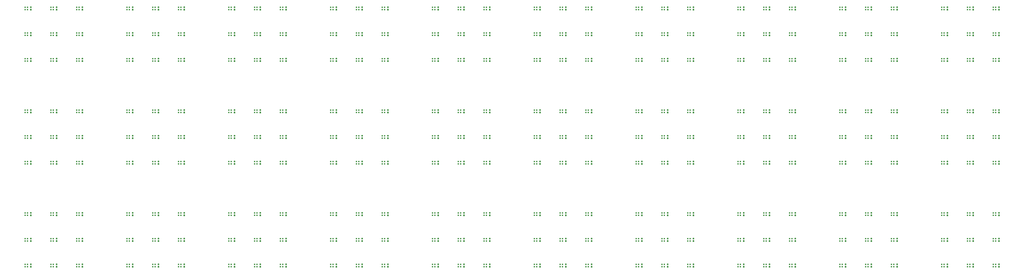
<source format=gtp>
G04 Layer: TopPasteMaskLayer*
G04 EasyEDA v6.5.34, 2023-08-29 14:05:22*
G04 1a86289a42df4e27bbccf9d7e9f42b7b,5a6b42c53f6a479593ecc07194224c93,10*
G04 Gerber Generator version 0.2*
G04 Scale: 100 percent, Rotated: No, Reflected: No *
G04 Dimensions in millimeters *
G04 leading zeros omitted , absolute positions ,4 integer and 5 decimal *
%FSLAX45Y45*%
%MOMM*%

%ADD10R,0.5500X0.5500*%

%LPD*%
G36*
X33276844Y3537965D02*
G01*
X33271815Y3531006D01*
X33271815Y3483000D01*
X33276844Y3477971D01*
X33321853Y3477971D01*
X33326832Y3483000D01*
X33326832Y3531006D01*
X33321853Y3537965D01*
G37*
G36*
X33276844Y3633978D02*
G01*
X33271815Y3628999D01*
X33271815Y3580993D01*
X33276844Y3573983D01*
X33321853Y3573983D01*
X33326832Y3580993D01*
X33326832Y3628999D01*
X33321853Y3633978D01*
G37*
G36*
X33276844Y2522016D02*
G01*
X33271815Y2515006D01*
X33271815Y2467000D01*
X33276844Y2461971D01*
X33321853Y2461971D01*
X33326832Y2467000D01*
X33326832Y2515006D01*
X33321853Y2522016D01*
G37*
G36*
X33276844Y2617978D02*
G01*
X33271815Y2612999D01*
X33271815Y2564993D01*
X33276844Y2557983D01*
X33321853Y2557983D01*
X33326832Y2564993D01*
X33326832Y2612999D01*
X33321853Y2617978D01*
G37*
G36*
X33276844Y1506016D02*
G01*
X33271815Y1499006D01*
X33271815Y1451000D01*
X33276844Y1445971D01*
X33321853Y1445971D01*
X33326832Y1451000D01*
X33326832Y1499006D01*
X33321853Y1506016D01*
G37*
G36*
X33276844Y1601978D02*
G01*
X33271815Y1596999D01*
X33271815Y1548993D01*
X33276844Y1541983D01*
X33321853Y1541983D01*
X33326832Y1548993D01*
X33326832Y1596999D01*
X33321853Y1601978D01*
G37*
G36*
X34292844Y3537965D02*
G01*
X34287815Y3531006D01*
X34287815Y3483000D01*
X34292844Y3477971D01*
X34337853Y3477971D01*
X34342832Y3483000D01*
X34342832Y3531006D01*
X34337853Y3537965D01*
G37*
G36*
X34292844Y3633978D02*
G01*
X34287815Y3628999D01*
X34287815Y3580993D01*
X34292844Y3573983D01*
X34337853Y3573983D01*
X34342832Y3580993D01*
X34342832Y3628999D01*
X34337853Y3633978D01*
G37*
G36*
X34292844Y2522016D02*
G01*
X34287815Y2515006D01*
X34287815Y2467000D01*
X34292844Y2461971D01*
X34337853Y2461971D01*
X34342832Y2467000D01*
X34342832Y2515006D01*
X34337853Y2522016D01*
G37*
G36*
X34292844Y2617978D02*
G01*
X34287815Y2612999D01*
X34287815Y2564993D01*
X34292844Y2557983D01*
X34337853Y2557983D01*
X34342832Y2564993D01*
X34342832Y2612999D01*
X34337853Y2617978D01*
G37*
G36*
X34292844Y1506016D02*
G01*
X34287815Y1499006D01*
X34287815Y1451000D01*
X34292844Y1445971D01*
X34337853Y1445971D01*
X34342832Y1451000D01*
X34342832Y1499006D01*
X34337853Y1506016D01*
G37*
G36*
X34292844Y1601978D02*
G01*
X34287815Y1596999D01*
X34287815Y1548993D01*
X34292844Y1541983D01*
X34337853Y1541983D01*
X34342832Y1548993D01*
X34342832Y1596999D01*
X34337853Y1601978D01*
G37*
G36*
X35308844Y3537965D02*
G01*
X35303815Y3531006D01*
X35303815Y3483000D01*
X35308844Y3477971D01*
X35353853Y3477971D01*
X35358832Y3483000D01*
X35358832Y3531006D01*
X35353853Y3537965D01*
G37*
G36*
X35308844Y3633978D02*
G01*
X35303815Y3628999D01*
X35303815Y3580993D01*
X35308844Y3573983D01*
X35353853Y3573983D01*
X35358832Y3580993D01*
X35358832Y3628999D01*
X35353853Y3633978D01*
G37*
G36*
X35308844Y2522016D02*
G01*
X35303815Y2515006D01*
X35303815Y2467000D01*
X35308844Y2461971D01*
X35353853Y2461971D01*
X35358832Y2467000D01*
X35358832Y2515006D01*
X35353853Y2522016D01*
G37*
G36*
X35308844Y2617978D02*
G01*
X35303815Y2612999D01*
X35303815Y2564993D01*
X35308844Y2557983D01*
X35353853Y2557983D01*
X35358832Y2564993D01*
X35358832Y2612999D01*
X35353853Y2617978D01*
G37*
G36*
X35308844Y1506016D02*
G01*
X35303815Y1499006D01*
X35303815Y1451000D01*
X35308844Y1445971D01*
X35353853Y1445971D01*
X35358832Y1451000D01*
X35358832Y1499006D01*
X35353853Y1506016D01*
G37*
G36*
X35308844Y1601978D02*
G01*
X35303815Y1596999D01*
X35303815Y1548993D01*
X35308844Y1541983D01*
X35353853Y1541983D01*
X35358832Y1548993D01*
X35358832Y1596999D01*
X35353853Y1601978D01*
G37*
G36*
X29263644Y3537965D02*
G01*
X29258666Y3531006D01*
X29258666Y3483000D01*
X29263644Y3477971D01*
X29308653Y3477971D01*
X29313632Y3483000D01*
X29313632Y3531006D01*
X29308653Y3537965D01*
G37*
G36*
X29263644Y3633978D02*
G01*
X29258666Y3628999D01*
X29258666Y3580993D01*
X29263644Y3573983D01*
X29308653Y3573983D01*
X29313632Y3580993D01*
X29313632Y3628999D01*
X29308653Y3633978D01*
G37*
G36*
X29263644Y2522016D02*
G01*
X29258666Y2515006D01*
X29258666Y2467000D01*
X29263644Y2461971D01*
X29308653Y2461971D01*
X29313632Y2467000D01*
X29313632Y2515006D01*
X29308653Y2522016D01*
G37*
G36*
X29263644Y2617978D02*
G01*
X29258666Y2612999D01*
X29258666Y2564993D01*
X29263644Y2557983D01*
X29308653Y2557983D01*
X29313632Y2564993D01*
X29313632Y2612999D01*
X29308653Y2617978D01*
G37*
G36*
X29263644Y1506016D02*
G01*
X29258666Y1499006D01*
X29258666Y1451000D01*
X29263644Y1445971D01*
X29308653Y1445971D01*
X29313632Y1451000D01*
X29313632Y1499006D01*
X29308653Y1506016D01*
G37*
G36*
X29263644Y1601978D02*
G01*
X29258666Y1596999D01*
X29258666Y1548993D01*
X29263644Y1541983D01*
X29308653Y1541983D01*
X29313632Y1548993D01*
X29313632Y1596999D01*
X29308653Y1601978D01*
G37*
G36*
X30279644Y3537965D02*
G01*
X30274666Y3531006D01*
X30274666Y3483000D01*
X30279644Y3477971D01*
X30324653Y3477971D01*
X30329632Y3483000D01*
X30329632Y3531006D01*
X30324653Y3537965D01*
G37*
G36*
X30279644Y3633978D02*
G01*
X30274666Y3628999D01*
X30274666Y3580993D01*
X30279644Y3573983D01*
X30324653Y3573983D01*
X30329632Y3580993D01*
X30329632Y3628999D01*
X30324653Y3633978D01*
G37*
G36*
X30279644Y2522016D02*
G01*
X30274666Y2515006D01*
X30274666Y2467000D01*
X30279644Y2461971D01*
X30324653Y2461971D01*
X30329632Y2467000D01*
X30329632Y2515006D01*
X30324653Y2522016D01*
G37*
G36*
X30279644Y2617978D02*
G01*
X30274666Y2612999D01*
X30274666Y2564993D01*
X30279644Y2557983D01*
X30324653Y2557983D01*
X30329632Y2564993D01*
X30329632Y2612999D01*
X30324653Y2617978D01*
G37*
G36*
X30279644Y1506016D02*
G01*
X30274666Y1499006D01*
X30274666Y1451000D01*
X30279644Y1445971D01*
X30324653Y1445971D01*
X30329632Y1451000D01*
X30329632Y1499006D01*
X30324653Y1506016D01*
G37*
G36*
X30279644Y1601978D02*
G01*
X30274666Y1596999D01*
X30274666Y1548993D01*
X30279644Y1541983D01*
X30324653Y1541983D01*
X30329632Y1548993D01*
X30329632Y1596999D01*
X30324653Y1601978D01*
G37*
G36*
X31295644Y3537965D02*
G01*
X31290615Y3531006D01*
X31290615Y3483000D01*
X31295644Y3477971D01*
X31340653Y3477971D01*
X31345632Y3483000D01*
X31345632Y3531006D01*
X31340653Y3537965D01*
G37*
G36*
X31295644Y3633978D02*
G01*
X31290615Y3628999D01*
X31290615Y3580993D01*
X31295644Y3573983D01*
X31340653Y3573983D01*
X31345632Y3580993D01*
X31345632Y3628999D01*
X31340653Y3633978D01*
G37*
G36*
X31295644Y2522016D02*
G01*
X31290615Y2515006D01*
X31290615Y2467000D01*
X31295644Y2461971D01*
X31340653Y2461971D01*
X31345632Y2467000D01*
X31345632Y2515006D01*
X31340653Y2522016D01*
G37*
G36*
X31295644Y2617978D02*
G01*
X31290615Y2612999D01*
X31290615Y2564993D01*
X31295644Y2557983D01*
X31340653Y2557983D01*
X31345632Y2564993D01*
X31345632Y2612999D01*
X31340653Y2617978D01*
G37*
G36*
X31295644Y1506016D02*
G01*
X31290615Y1499006D01*
X31290615Y1451000D01*
X31295644Y1445971D01*
X31340653Y1445971D01*
X31345632Y1451000D01*
X31345632Y1499006D01*
X31340653Y1506016D01*
G37*
G36*
X31295644Y1601978D02*
G01*
X31290615Y1596999D01*
X31290615Y1548993D01*
X31295644Y1541983D01*
X31340653Y1541983D01*
X31345632Y1548993D01*
X31345632Y1596999D01*
X31340653Y1601978D01*
G37*
G36*
X25250444Y3537965D02*
G01*
X25245466Y3531006D01*
X25245466Y3483000D01*
X25250444Y3477971D01*
X25295453Y3477971D01*
X25300432Y3483000D01*
X25300432Y3531006D01*
X25295453Y3537965D01*
G37*
G36*
X25250444Y3633978D02*
G01*
X25245466Y3628999D01*
X25245466Y3580993D01*
X25250444Y3573983D01*
X25295453Y3573983D01*
X25300432Y3580993D01*
X25300432Y3628999D01*
X25295453Y3633978D01*
G37*
G36*
X25250444Y2522016D02*
G01*
X25245466Y2515006D01*
X25245466Y2467000D01*
X25250444Y2461971D01*
X25295453Y2461971D01*
X25300432Y2467000D01*
X25300432Y2515006D01*
X25295453Y2522016D01*
G37*
G36*
X25250444Y2617978D02*
G01*
X25245466Y2612999D01*
X25245466Y2564993D01*
X25250444Y2557983D01*
X25295453Y2557983D01*
X25300432Y2564993D01*
X25300432Y2612999D01*
X25295453Y2617978D01*
G37*
G36*
X25250444Y1506016D02*
G01*
X25245466Y1499006D01*
X25245466Y1451000D01*
X25250444Y1445971D01*
X25295453Y1445971D01*
X25300432Y1451000D01*
X25300432Y1499006D01*
X25295453Y1506016D01*
G37*
G36*
X25250444Y1601978D02*
G01*
X25245466Y1596999D01*
X25245466Y1548993D01*
X25250444Y1541983D01*
X25295453Y1541983D01*
X25300432Y1548993D01*
X25300432Y1596999D01*
X25295453Y1601978D01*
G37*
G36*
X26266444Y3537965D02*
G01*
X26261466Y3531006D01*
X26261466Y3483000D01*
X26266444Y3477971D01*
X26311453Y3477971D01*
X26316432Y3483000D01*
X26316432Y3531006D01*
X26311453Y3537965D01*
G37*
G36*
X26266444Y3633978D02*
G01*
X26261466Y3628999D01*
X26261466Y3580993D01*
X26266444Y3573983D01*
X26311453Y3573983D01*
X26316432Y3580993D01*
X26316432Y3628999D01*
X26311453Y3633978D01*
G37*
G36*
X26266444Y2522016D02*
G01*
X26261466Y2515006D01*
X26261466Y2467000D01*
X26266444Y2461971D01*
X26311453Y2461971D01*
X26316432Y2467000D01*
X26316432Y2515006D01*
X26311453Y2522016D01*
G37*
G36*
X26266444Y2617978D02*
G01*
X26261466Y2612999D01*
X26261466Y2564993D01*
X26266444Y2557983D01*
X26311453Y2557983D01*
X26316432Y2564993D01*
X26316432Y2612999D01*
X26311453Y2617978D01*
G37*
G36*
X26266444Y1506016D02*
G01*
X26261466Y1499006D01*
X26261466Y1451000D01*
X26266444Y1445971D01*
X26311453Y1445971D01*
X26316432Y1451000D01*
X26316432Y1499006D01*
X26311453Y1506016D01*
G37*
G36*
X26266444Y1601978D02*
G01*
X26261466Y1596999D01*
X26261466Y1548993D01*
X26266444Y1541983D01*
X26311453Y1541983D01*
X26316432Y1548993D01*
X26316432Y1596999D01*
X26311453Y1601978D01*
G37*
G36*
X27282444Y3537965D02*
G01*
X27277466Y3531006D01*
X27277466Y3483000D01*
X27282444Y3477971D01*
X27327453Y3477971D01*
X27332432Y3483000D01*
X27332432Y3531006D01*
X27327453Y3537965D01*
G37*
G36*
X27282444Y3633978D02*
G01*
X27277466Y3628999D01*
X27277466Y3580993D01*
X27282444Y3573983D01*
X27327453Y3573983D01*
X27332432Y3580993D01*
X27332432Y3628999D01*
X27327453Y3633978D01*
G37*
G36*
X27282444Y2522016D02*
G01*
X27277466Y2515006D01*
X27277466Y2467000D01*
X27282444Y2461971D01*
X27327453Y2461971D01*
X27332432Y2467000D01*
X27332432Y2515006D01*
X27327453Y2522016D01*
G37*
G36*
X27282444Y2617978D02*
G01*
X27277466Y2612999D01*
X27277466Y2564993D01*
X27282444Y2557983D01*
X27327453Y2557983D01*
X27332432Y2564993D01*
X27332432Y2612999D01*
X27327453Y2617978D01*
G37*
G36*
X27282444Y1506016D02*
G01*
X27277466Y1499006D01*
X27277466Y1451000D01*
X27282444Y1445971D01*
X27327453Y1445971D01*
X27332432Y1451000D01*
X27332432Y1499006D01*
X27327453Y1506016D01*
G37*
G36*
X27282444Y1601978D02*
G01*
X27277466Y1596999D01*
X27277466Y1548993D01*
X27282444Y1541983D01*
X27327453Y1541983D01*
X27332432Y1548993D01*
X27332432Y1596999D01*
X27327453Y1601978D01*
G37*
G36*
X21237244Y3537965D02*
G01*
X21232266Y3531006D01*
X21232266Y3483000D01*
X21237244Y3477971D01*
X21282253Y3477971D01*
X21287232Y3483000D01*
X21287232Y3531006D01*
X21282253Y3537965D01*
G37*
G36*
X21237244Y3633978D02*
G01*
X21232266Y3628999D01*
X21232266Y3580993D01*
X21237244Y3573983D01*
X21282253Y3573983D01*
X21287232Y3580993D01*
X21287232Y3628999D01*
X21282253Y3633978D01*
G37*
G36*
X21237244Y2522016D02*
G01*
X21232266Y2515006D01*
X21232266Y2467000D01*
X21237244Y2461971D01*
X21282253Y2461971D01*
X21287232Y2467000D01*
X21287232Y2515006D01*
X21282253Y2522016D01*
G37*
G36*
X21237244Y2617978D02*
G01*
X21232266Y2612999D01*
X21232266Y2564993D01*
X21237244Y2557983D01*
X21282253Y2557983D01*
X21287232Y2564993D01*
X21287232Y2612999D01*
X21282253Y2617978D01*
G37*
G36*
X21237244Y1506016D02*
G01*
X21232266Y1499006D01*
X21232266Y1451000D01*
X21237244Y1445971D01*
X21282253Y1445971D01*
X21287232Y1451000D01*
X21287232Y1499006D01*
X21282253Y1506016D01*
G37*
G36*
X21237244Y1601978D02*
G01*
X21232266Y1596999D01*
X21232266Y1548993D01*
X21237244Y1541983D01*
X21282253Y1541983D01*
X21287232Y1548993D01*
X21287232Y1596999D01*
X21282253Y1601978D01*
G37*
G36*
X22253244Y3537965D02*
G01*
X22248266Y3531006D01*
X22248266Y3483000D01*
X22253244Y3477971D01*
X22298253Y3477971D01*
X22303232Y3483000D01*
X22303232Y3531006D01*
X22298253Y3537965D01*
G37*
G36*
X22253244Y3633978D02*
G01*
X22248266Y3628999D01*
X22248266Y3580993D01*
X22253244Y3573983D01*
X22298253Y3573983D01*
X22303232Y3580993D01*
X22303232Y3628999D01*
X22298253Y3633978D01*
G37*
G36*
X22253244Y2522016D02*
G01*
X22248266Y2515006D01*
X22248266Y2467000D01*
X22253244Y2461971D01*
X22298253Y2461971D01*
X22303232Y2467000D01*
X22303232Y2515006D01*
X22298253Y2522016D01*
G37*
G36*
X22253244Y2617978D02*
G01*
X22248266Y2612999D01*
X22248266Y2564993D01*
X22253244Y2557983D01*
X22298253Y2557983D01*
X22303232Y2564993D01*
X22303232Y2612999D01*
X22298253Y2617978D01*
G37*
G36*
X22253244Y1506016D02*
G01*
X22248266Y1499006D01*
X22248266Y1451000D01*
X22253244Y1445971D01*
X22298253Y1445971D01*
X22303232Y1451000D01*
X22303232Y1499006D01*
X22298253Y1506016D01*
G37*
G36*
X22253244Y1601978D02*
G01*
X22248266Y1596999D01*
X22248266Y1548993D01*
X22253244Y1541983D01*
X22298253Y1541983D01*
X22303232Y1548993D01*
X22303232Y1596999D01*
X22298253Y1601978D01*
G37*
G36*
X23269244Y3537965D02*
G01*
X23264266Y3531006D01*
X23264266Y3483000D01*
X23269244Y3477971D01*
X23314253Y3477971D01*
X23319232Y3483000D01*
X23319232Y3531006D01*
X23314253Y3537965D01*
G37*
G36*
X23269244Y3633978D02*
G01*
X23264266Y3628999D01*
X23264266Y3580993D01*
X23269244Y3573983D01*
X23314253Y3573983D01*
X23319232Y3580993D01*
X23319232Y3628999D01*
X23314253Y3633978D01*
G37*
G36*
X23269244Y2522016D02*
G01*
X23264266Y2515006D01*
X23264266Y2467000D01*
X23269244Y2461971D01*
X23314253Y2461971D01*
X23319232Y2467000D01*
X23319232Y2515006D01*
X23314253Y2522016D01*
G37*
G36*
X23269244Y2617978D02*
G01*
X23264266Y2612999D01*
X23264266Y2564993D01*
X23269244Y2557983D01*
X23314253Y2557983D01*
X23319232Y2564993D01*
X23319232Y2612999D01*
X23314253Y2617978D01*
G37*
G36*
X23269244Y1506016D02*
G01*
X23264266Y1499006D01*
X23264266Y1451000D01*
X23269244Y1445971D01*
X23314253Y1445971D01*
X23319232Y1451000D01*
X23319232Y1499006D01*
X23314253Y1506016D01*
G37*
G36*
X23269244Y1601978D02*
G01*
X23264266Y1596999D01*
X23264266Y1548993D01*
X23269244Y1541983D01*
X23314253Y1541983D01*
X23319232Y1548993D01*
X23319232Y1596999D01*
X23314253Y1601978D01*
G37*
G36*
X17224044Y3537965D02*
G01*
X17219066Y3531006D01*
X17219066Y3483000D01*
X17224044Y3477971D01*
X17269053Y3477971D01*
X17274082Y3483000D01*
X17274082Y3531006D01*
X17269053Y3537965D01*
G37*
G36*
X17224044Y3633978D02*
G01*
X17219066Y3628999D01*
X17219066Y3580993D01*
X17224044Y3573983D01*
X17269053Y3573983D01*
X17274082Y3580993D01*
X17274082Y3628999D01*
X17269053Y3633978D01*
G37*
G36*
X17224044Y2522016D02*
G01*
X17219066Y2515006D01*
X17219066Y2467000D01*
X17224044Y2461971D01*
X17269053Y2461971D01*
X17274082Y2467000D01*
X17274082Y2515006D01*
X17269053Y2522016D01*
G37*
G36*
X17224044Y2617978D02*
G01*
X17219066Y2612999D01*
X17219066Y2564993D01*
X17224044Y2557983D01*
X17269053Y2557983D01*
X17274082Y2564993D01*
X17274082Y2612999D01*
X17269053Y2617978D01*
G37*
G36*
X17224044Y1506016D02*
G01*
X17219066Y1499006D01*
X17219066Y1451000D01*
X17224044Y1445971D01*
X17269053Y1445971D01*
X17274082Y1451000D01*
X17274082Y1499006D01*
X17269053Y1506016D01*
G37*
G36*
X17224044Y1601978D02*
G01*
X17219066Y1596999D01*
X17219066Y1548993D01*
X17224044Y1541983D01*
X17269053Y1541983D01*
X17274082Y1548993D01*
X17274082Y1596999D01*
X17269053Y1601978D01*
G37*
G36*
X18240044Y3537965D02*
G01*
X18235066Y3531006D01*
X18235066Y3483000D01*
X18240044Y3477971D01*
X18285053Y3477971D01*
X18290082Y3483000D01*
X18290082Y3531006D01*
X18285053Y3537965D01*
G37*
G36*
X18240044Y3633978D02*
G01*
X18235066Y3628999D01*
X18235066Y3580993D01*
X18240044Y3573983D01*
X18285053Y3573983D01*
X18290082Y3580993D01*
X18290082Y3628999D01*
X18285053Y3633978D01*
G37*
G36*
X18240044Y2522016D02*
G01*
X18235066Y2515006D01*
X18235066Y2467000D01*
X18240044Y2461971D01*
X18285053Y2461971D01*
X18290082Y2467000D01*
X18290082Y2515006D01*
X18285053Y2522016D01*
G37*
G36*
X18240044Y2617978D02*
G01*
X18235066Y2612999D01*
X18235066Y2564993D01*
X18240044Y2557983D01*
X18285053Y2557983D01*
X18290082Y2564993D01*
X18290082Y2612999D01*
X18285053Y2617978D01*
G37*
G36*
X18240044Y1506016D02*
G01*
X18235066Y1499006D01*
X18235066Y1451000D01*
X18240044Y1445971D01*
X18285053Y1445971D01*
X18290082Y1451000D01*
X18290082Y1499006D01*
X18285053Y1506016D01*
G37*
G36*
X18240044Y1601978D02*
G01*
X18235066Y1596999D01*
X18235066Y1548993D01*
X18240044Y1541983D01*
X18285053Y1541983D01*
X18290082Y1548993D01*
X18290082Y1596999D01*
X18285053Y1601978D01*
G37*
G36*
X19256044Y3537965D02*
G01*
X19251066Y3531006D01*
X19251066Y3483000D01*
X19256044Y3477971D01*
X19301053Y3477971D01*
X19306082Y3483000D01*
X19306082Y3531006D01*
X19301053Y3537965D01*
G37*
G36*
X19256044Y3633978D02*
G01*
X19251066Y3628999D01*
X19251066Y3580993D01*
X19256044Y3573983D01*
X19301053Y3573983D01*
X19306082Y3580993D01*
X19306082Y3628999D01*
X19301053Y3633978D01*
G37*
G36*
X19256044Y2522016D02*
G01*
X19251066Y2515006D01*
X19251066Y2467000D01*
X19256044Y2461971D01*
X19301053Y2461971D01*
X19306082Y2467000D01*
X19306082Y2515006D01*
X19301053Y2522016D01*
G37*
G36*
X19256044Y2617978D02*
G01*
X19251066Y2612999D01*
X19251066Y2564993D01*
X19256044Y2557983D01*
X19301053Y2557983D01*
X19306082Y2564993D01*
X19306082Y2612999D01*
X19301053Y2617978D01*
G37*
G36*
X19256044Y1506016D02*
G01*
X19251066Y1499006D01*
X19251066Y1451000D01*
X19256044Y1445971D01*
X19301053Y1445971D01*
X19306082Y1451000D01*
X19306082Y1499006D01*
X19301053Y1506016D01*
G37*
G36*
X19256044Y1601978D02*
G01*
X19251066Y1596999D01*
X19251066Y1548993D01*
X19256044Y1541983D01*
X19301053Y1541983D01*
X19306082Y1548993D01*
X19306082Y1596999D01*
X19301053Y1601978D01*
G37*
G36*
X13210895Y3537965D02*
G01*
X13205866Y3531006D01*
X13205866Y3483000D01*
X13210895Y3477971D01*
X13255853Y3477971D01*
X13260882Y3483000D01*
X13260882Y3531006D01*
X13255853Y3537965D01*
G37*
G36*
X13210895Y3633978D02*
G01*
X13205866Y3628999D01*
X13205866Y3580993D01*
X13210895Y3573983D01*
X13255853Y3573983D01*
X13260882Y3580993D01*
X13260882Y3628999D01*
X13255853Y3633978D01*
G37*
G36*
X13210895Y2522016D02*
G01*
X13205866Y2515006D01*
X13205866Y2467000D01*
X13210895Y2461971D01*
X13255853Y2461971D01*
X13260882Y2467000D01*
X13260882Y2515006D01*
X13255853Y2522016D01*
G37*
G36*
X13210895Y2617978D02*
G01*
X13205866Y2612999D01*
X13205866Y2564993D01*
X13210895Y2557983D01*
X13255853Y2557983D01*
X13260882Y2564993D01*
X13260882Y2612999D01*
X13255853Y2617978D01*
G37*
G36*
X13210895Y1506016D02*
G01*
X13205866Y1499006D01*
X13205866Y1451000D01*
X13210895Y1445971D01*
X13255853Y1445971D01*
X13260882Y1451000D01*
X13260882Y1499006D01*
X13255853Y1506016D01*
G37*
G36*
X13210895Y1601978D02*
G01*
X13205866Y1596999D01*
X13205866Y1548993D01*
X13210895Y1541983D01*
X13255853Y1541983D01*
X13260882Y1548993D01*
X13260882Y1596999D01*
X13255853Y1601978D01*
G37*
G36*
X14226895Y3537965D02*
G01*
X14221866Y3531006D01*
X14221866Y3483000D01*
X14226895Y3477971D01*
X14271853Y3477971D01*
X14276882Y3483000D01*
X14276882Y3531006D01*
X14271853Y3537965D01*
G37*
G36*
X14226895Y3633978D02*
G01*
X14221866Y3628999D01*
X14221866Y3580993D01*
X14226895Y3573983D01*
X14271853Y3573983D01*
X14276882Y3580993D01*
X14276882Y3628999D01*
X14271853Y3633978D01*
G37*
G36*
X14226895Y2522016D02*
G01*
X14221866Y2515006D01*
X14221866Y2467000D01*
X14226895Y2461971D01*
X14271853Y2461971D01*
X14276882Y2467000D01*
X14276882Y2515006D01*
X14271853Y2522016D01*
G37*
G36*
X14226895Y2617978D02*
G01*
X14221866Y2612999D01*
X14221866Y2564993D01*
X14226895Y2557983D01*
X14271853Y2557983D01*
X14276882Y2564993D01*
X14276882Y2612999D01*
X14271853Y2617978D01*
G37*
G36*
X14226895Y1506016D02*
G01*
X14221866Y1499006D01*
X14221866Y1451000D01*
X14226895Y1445971D01*
X14271853Y1445971D01*
X14276882Y1451000D01*
X14276882Y1499006D01*
X14271853Y1506016D01*
G37*
G36*
X14226895Y1601978D02*
G01*
X14221866Y1596999D01*
X14221866Y1548993D01*
X14226895Y1541983D01*
X14271853Y1541983D01*
X14276882Y1548993D01*
X14276882Y1596999D01*
X14271853Y1601978D01*
G37*
G36*
X15242895Y3537965D02*
G01*
X15237866Y3531006D01*
X15237866Y3483000D01*
X15242895Y3477971D01*
X15287853Y3477971D01*
X15292882Y3483000D01*
X15292882Y3531006D01*
X15287853Y3537965D01*
G37*
G36*
X15242895Y3633978D02*
G01*
X15237866Y3628999D01*
X15237866Y3580993D01*
X15242895Y3573983D01*
X15287853Y3573983D01*
X15292882Y3580993D01*
X15292882Y3628999D01*
X15287853Y3633978D01*
G37*
G36*
X15242895Y2522016D02*
G01*
X15237866Y2515006D01*
X15237866Y2467000D01*
X15242895Y2461971D01*
X15287853Y2461971D01*
X15292882Y2467000D01*
X15292882Y2515006D01*
X15287853Y2522016D01*
G37*
G36*
X15242895Y2617978D02*
G01*
X15237866Y2612999D01*
X15237866Y2564993D01*
X15242895Y2557983D01*
X15287853Y2557983D01*
X15292882Y2564993D01*
X15292882Y2612999D01*
X15287853Y2617978D01*
G37*
G36*
X15242895Y1506016D02*
G01*
X15237866Y1499006D01*
X15237866Y1451000D01*
X15242895Y1445971D01*
X15287853Y1445971D01*
X15292882Y1451000D01*
X15292882Y1499006D01*
X15287853Y1506016D01*
G37*
G36*
X15242895Y1601978D02*
G01*
X15237866Y1596999D01*
X15237866Y1548993D01*
X15242895Y1541983D01*
X15287853Y1541983D01*
X15292882Y1548993D01*
X15292882Y1596999D01*
X15287853Y1601978D01*
G37*
G36*
X9197695Y3537965D02*
G01*
X9192666Y3531006D01*
X9192666Y3483000D01*
X9197695Y3477971D01*
X9242704Y3477971D01*
X9247682Y3483000D01*
X9247682Y3531006D01*
X9242704Y3537965D01*
G37*
G36*
X9197695Y3633978D02*
G01*
X9192666Y3628999D01*
X9192666Y3580993D01*
X9197695Y3573983D01*
X9242704Y3573983D01*
X9247682Y3580993D01*
X9247682Y3628999D01*
X9242704Y3633978D01*
G37*
G36*
X9197695Y2522016D02*
G01*
X9192666Y2515006D01*
X9192666Y2467000D01*
X9197695Y2461971D01*
X9242704Y2461971D01*
X9247682Y2467000D01*
X9247682Y2515006D01*
X9242704Y2522016D01*
G37*
G36*
X9197695Y2617978D02*
G01*
X9192666Y2612999D01*
X9192666Y2564993D01*
X9197695Y2557983D01*
X9242704Y2557983D01*
X9247682Y2564993D01*
X9247682Y2612999D01*
X9242704Y2617978D01*
G37*
G36*
X9197695Y1506016D02*
G01*
X9192666Y1499006D01*
X9192666Y1451000D01*
X9197695Y1445971D01*
X9242704Y1445971D01*
X9247682Y1451000D01*
X9247682Y1499006D01*
X9242704Y1506016D01*
G37*
G36*
X9197695Y1601978D02*
G01*
X9192666Y1596999D01*
X9192666Y1548993D01*
X9197695Y1541983D01*
X9242704Y1541983D01*
X9247682Y1548993D01*
X9247682Y1596999D01*
X9242704Y1601978D01*
G37*
G36*
X10213695Y3537965D02*
G01*
X10208666Y3531006D01*
X10208666Y3483000D01*
X10213695Y3477971D01*
X10258704Y3477971D01*
X10263682Y3483000D01*
X10263682Y3531006D01*
X10258704Y3537965D01*
G37*
G36*
X10213695Y3633978D02*
G01*
X10208666Y3628999D01*
X10208666Y3580993D01*
X10213695Y3573983D01*
X10258704Y3573983D01*
X10263682Y3580993D01*
X10263682Y3628999D01*
X10258704Y3633978D01*
G37*
G36*
X10213695Y2522016D02*
G01*
X10208666Y2515006D01*
X10208666Y2467000D01*
X10213695Y2461971D01*
X10258704Y2461971D01*
X10263682Y2467000D01*
X10263682Y2515006D01*
X10258704Y2522016D01*
G37*
G36*
X10213695Y2617978D02*
G01*
X10208666Y2612999D01*
X10208666Y2564993D01*
X10213695Y2557983D01*
X10258704Y2557983D01*
X10263682Y2564993D01*
X10263682Y2612999D01*
X10258704Y2617978D01*
G37*
G36*
X10213695Y1506016D02*
G01*
X10208666Y1499006D01*
X10208666Y1451000D01*
X10213695Y1445971D01*
X10258704Y1445971D01*
X10263682Y1451000D01*
X10263682Y1499006D01*
X10258704Y1506016D01*
G37*
G36*
X10213695Y1601978D02*
G01*
X10208666Y1596999D01*
X10208666Y1548993D01*
X10213695Y1541983D01*
X10258704Y1541983D01*
X10263682Y1548993D01*
X10263682Y1596999D01*
X10258704Y1601978D01*
G37*
G36*
X11229695Y3537965D02*
G01*
X11224666Y3531006D01*
X11224666Y3483000D01*
X11229695Y3477971D01*
X11274704Y3477971D01*
X11279682Y3483000D01*
X11279682Y3531006D01*
X11274704Y3537965D01*
G37*
G36*
X11229695Y3633978D02*
G01*
X11224666Y3628999D01*
X11224666Y3580993D01*
X11229695Y3573983D01*
X11274704Y3573983D01*
X11279682Y3580993D01*
X11279682Y3628999D01*
X11274704Y3633978D01*
G37*
G36*
X11229695Y2522016D02*
G01*
X11224666Y2515006D01*
X11224666Y2467000D01*
X11229695Y2461971D01*
X11274704Y2461971D01*
X11279682Y2467000D01*
X11279682Y2515006D01*
X11274704Y2522016D01*
G37*
G36*
X11229695Y2617978D02*
G01*
X11224666Y2612999D01*
X11224666Y2564993D01*
X11229695Y2557983D01*
X11274704Y2557983D01*
X11279682Y2564993D01*
X11279682Y2612999D01*
X11274704Y2617978D01*
G37*
G36*
X11229695Y1506016D02*
G01*
X11224666Y1499006D01*
X11224666Y1451000D01*
X11229695Y1445971D01*
X11274704Y1445971D01*
X11279682Y1451000D01*
X11279682Y1499006D01*
X11274704Y1506016D01*
G37*
G36*
X11229695Y1601978D02*
G01*
X11224666Y1596999D01*
X11224666Y1548993D01*
X11229695Y1541983D01*
X11274704Y1541983D01*
X11279682Y1548993D01*
X11279682Y1596999D01*
X11274704Y1601978D01*
G37*
G36*
X5184495Y3537965D02*
G01*
X5179466Y3531006D01*
X5179466Y3483000D01*
X5184495Y3477971D01*
X5229504Y3477971D01*
X5234482Y3483000D01*
X5234482Y3531006D01*
X5229504Y3537965D01*
G37*
G36*
X5184495Y3633978D02*
G01*
X5179466Y3628999D01*
X5179466Y3580993D01*
X5184495Y3573983D01*
X5229504Y3573983D01*
X5234482Y3580993D01*
X5234482Y3628999D01*
X5229504Y3633978D01*
G37*
G36*
X5184495Y2522016D02*
G01*
X5179466Y2515006D01*
X5179466Y2467000D01*
X5184495Y2461971D01*
X5229504Y2461971D01*
X5234482Y2467000D01*
X5234482Y2515006D01*
X5229504Y2522016D01*
G37*
G36*
X5184495Y2617978D02*
G01*
X5179466Y2612999D01*
X5179466Y2564993D01*
X5184495Y2557983D01*
X5229504Y2557983D01*
X5234482Y2564993D01*
X5234482Y2612999D01*
X5229504Y2617978D01*
G37*
G36*
X5184495Y1506016D02*
G01*
X5179466Y1499006D01*
X5179466Y1451000D01*
X5184495Y1445971D01*
X5229504Y1445971D01*
X5234482Y1451000D01*
X5234482Y1499006D01*
X5229504Y1506016D01*
G37*
G36*
X5184495Y1601978D02*
G01*
X5179466Y1596999D01*
X5179466Y1548993D01*
X5184495Y1541983D01*
X5229504Y1541983D01*
X5234482Y1548993D01*
X5234482Y1596999D01*
X5229504Y1601978D01*
G37*
G36*
X6200495Y3537965D02*
G01*
X6195466Y3531006D01*
X6195466Y3483000D01*
X6200495Y3477971D01*
X6245504Y3477971D01*
X6250482Y3483000D01*
X6250482Y3531006D01*
X6245504Y3537965D01*
G37*
G36*
X6200495Y3633978D02*
G01*
X6195466Y3628999D01*
X6195466Y3580993D01*
X6200495Y3573983D01*
X6245504Y3573983D01*
X6250482Y3580993D01*
X6250482Y3628999D01*
X6245504Y3633978D01*
G37*
G36*
X6200495Y2522016D02*
G01*
X6195466Y2515006D01*
X6195466Y2467000D01*
X6200495Y2461971D01*
X6245504Y2461971D01*
X6250482Y2467000D01*
X6250482Y2515006D01*
X6245504Y2522016D01*
G37*
G36*
X6200495Y2617978D02*
G01*
X6195466Y2612999D01*
X6195466Y2564993D01*
X6200495Y2557983D01*
X6245504Y2557983D01*
X6250482Y2564993D01*
X6250482Y2612999D01*
X6245504Y2617978D01*
G37*
G36*
X6200495Y1506016D02*
G01*
X6195466Y1499006D01*
X6195466Y1451000D01*
X6200495Y1445971D01*
X6245504Y1445971D01*
X6250482Y1451000D01*
X6250482Y1499006D01*
X6245504Y1506016D01*
G37*
G36*
X6200495Y1601978D02*
G01*
X6195466Y1596999D01*
X6195466Y1548993D01*
X6200495Y1541983D01*
X6245504Y1541983D01*
X6250482Y1548993D01*
X6250482Y1596999D01*
X6245504Y1601978D01*
G37*
G36*
X7216495Y3537965D02*
G01*
X7211466Y3531006D01*
X7211466Y3483000D01*
X7216495Y3477971D01*
X7261504Y3477971D01*
X7266482Y3483000D01*
X7266482Y3531006D01*
X7261504Y3537965D01*
G37*
G36*
X7216495Y3633978D02*
G01*
X7211466Y3628999D01*
X7211466Y3580993D01*
X7216495Y3573983D01*
X7261504Y3573983D01*
X7266482Y3580993D01*
X7266482Y3628999D01*
X7261504Y3633978D01*
G37*
G36*
X7216495Y2522016D02*
G01*
X7211466Y2515006D01*
X7211466Y2467000D01*
X7216495Y2461971D01*
X7261504Y2461971D01*
X7266482Y2467000D01*
X7266482Y2515006D01*
X7261504Y2522016D01*
G37*
G36*
X7216495Y2617978D02*
G01*
X7211466Y2612999D01*
X7211466Y2564993D01*
X7216495Y2557983D01*
X7261504Y2557983D01*
X7266482Y2564993D01*
X7266482Y2612999D01*
X7261504Y2617978D01*
G37*
G36*
X7216495Y1506016D02*
G01*
X7211466Y1499006D01*
X7211466Y1451000D01*
X7216495Y1445971D01*
X7261504Y1445971D01*
X7266482Y1451000D01*
X7266482Y1499006D01*
X7261504Y1506016D01*
G37*
G36*
X7216495Y1601978D02*
G01*
X7211466Y1596999D01*
X7211466Y1548993D01*
X7216495Y1541983D01*
X7261504Y1541983D01*
X7266482Y1548993D01*
X7266482Y1596999D01*
X7261504Y1601978D01*
G37*
G36*
X41303194Y7601966D02*
G01*
X41298215Y7595006D01*
X41298215Y7547000D01*
X41303194Y7541971D01*
X41348202Y7541971D01*
X41353232Y7547000D01*
X41353232Y7595006D01*
X41348202Y7601966D01*
G37*
G36*
X41303194Y7697978D02*
G01*
X41298215Y7692999D01*
X41298215Y7644993D01*
X41303194Y7637983D01*
X41348202Y7637983D01*
X41353232Y7644993D01*
X41353232Y7692999D01*
X41348202Y7697978D01*
G37*
G36*
X41303194Y6585966D02*
G01*
X41298215Y6579006D01*
X41298215Y6531000D01*
X41303194Y6525971D01*
X41348202Y6525971D01*
X41353232Y6531000D01*
X41353232Y6579006D01*
X41348202Y6585966D01*
G37*
G36*
X41303194Y6681978D02*
G01*
X41298215Y6676999D01*
X41298215Y6628993D01*
X41303194Y6621983D01*
X41348202Y6621983D01*
X41353232Y6628993D01*
X41353232Y6676999D01*
X41348202Y6681978D01*
G37*
G36*
X41303194Y5569966D02*
G01*
X41298215Y5563006D01*
X41298215Y5515000D01*
X41303194Y5509971D01*
X41348202Y5509971D01*
X41353232Y5515000D01*
X41353232Y5563006D01*
X41348202Y5569966D01*
G37*
G36*
X41303194Y5665978D02*
G01*
X41298215Y5660999D01*
X41298215Y5612993D01*
X41303194Y5605983D01*
X41348202Y5605983D01*
X41353232Y5612993D01*
X41353232Y5660999D01*
X41348202Y5665978D01*
G37*
G36*
X42319194Y7601966D02*
G01*
X42314215Y7595006D01*
X42314215Y7547000D01*
X42319194Y7541971D01*
X42364202Y7541971D01*
X42369232Y7547000D01*
X42369232Y7595006D01*
X42364202Y7601966D01*
G37*
G36*
X42319194Y7697978D02*
G01*
X42314215Y7692999D01*
X42314215Y7644993D01*
X42319194Y7637983D01*
X42364202Y7637983D01*
X42369232Y7644993D01*
X42369232Y7692999D01*
X42364202Y7697978D01*
G37*
G36*
X42319194Y6585966D02*
G01*
X42314215Y6579006D01*
X42314215Y6531000D01*
X42319194Y6525971D01*
X42364202Y6525971D01*
X42369232Y6531000D01*
X42369232Y6579006D01*
X42364202Y6585966D01*
G37*
G36*
X42319194Y6681978D02*
G01*
X42314215Y6676999D01*
X42314215Y6628993D01*
X42319194Y6621983D01*
X42364202Y6621983D01*
X42369232Y6628993D01*
X42369232Y6676999D01*
X42364202Y6681978D01*
G37*
G36*
X42319194Y5569966D02*
G01*
X42314215Y5563006D01*
X42314215Y5515000D01*
X42319194Y5509971D01*
X42364202Y5509971D01*
X42369232Y5515000D01*
X42369232Y5563006D01*
X42364202Y5569966D01*
G37*
G36*
X42319194Y5665978D02*
G01*
X42314215Y5660999D01*
X42314215Y5612993D01*
X42319194Y5605983D01*
X42364202Y5605983D01*
X42369232Y5612993D01*
X42369232Y5660999D01*
X42364202Y5665978D01*
G37*
G36*
X43335194Y7601966D02*
G01*
X43330215Y7595006D01*
X43330215Y7547000D01*
X43335194Y7541971D01*
X43380202Y7541971D01*
X43385232Y7547000D01*
X43385232Y7595006D01*
X43380202Y7601966D01*
G37*
G36*
X43335194Y7697978D02*
G01*
X43330215Y7692999D01*
X43330215Y7644993D01*
X43335194Y7637983D01*
X43380202Y7637983D01*
X43385232Y7644993D01*
X43385232Y7692999D01*
X43380202Y7697978D01*
G37*
G36*
X43335194Y6585966D02*
G01*
X43330215Y6579006D01*
X43330215Y6531000D01*
X43335194Y6525971D01*
X43380202Y6525971D01*
X43385232Y6531000D01*
X43385232Y6579006D01*
X43380202Y6585966D01*
G37*
G36*
X43335194Y6681978D02*
G01*
X43330215Y6676999D01*
X43330215Y6628993D01*
X43335194Y6621983D01*
X43380202Y6621983D01*
X43385232Y6628993D01*
X43385232Y6676999D01*
X43380202Y6681978D01*
G37*
G36*
X43335194Y5569966D02*
G01*
X43330215Y5563006D01*
X43330215Y5515000D01*
X43335194Y5509971D01*
X43380202Y5509971D01*
X43385232Y5515000D01*
X43385232Y5563006D01*
X43380202Y5569966D01*
G37*
G36*
X43335194Y5665978D02*
G01*
X43330215Y5660999D01*
X43330215Y5612993D01*
X43335194Y5605983D01*
X43380202Y5605983D01*
X43385232Y5612993D01*
X43385232Y5660999D01*
X43380202Y5665978D01*
G37*
G36*
X37290044Y7601966D02*
G01*
X37285015Y7595006D01*
X37285015Y7547000D01*
X37290044Y7541971D01*
X37335002Y7541971D01*
X37340032Y7547000D01*
X37340032Y7595006D01*
X37335002Y7601966D01*
G37*
G36*
X37290044Y7697978D02*
G01*
X37285015Y7692999D01*
X37285015Y7644993D01*
X37290044Y7637983D01*
X37335002Y7637983D01*
X37340032Y7644993D01*
X37340032Y7692999D01*
X37335002Y7697978D01*
G37*
G36*
X37290044Y6585966D02*
G01*
X37285015Y6579006D01*
X37285015Y6531000D01*
X37290044Y6525971D01*
X37335002Y6525971D01*
X37340032Y6531000D01*
X37340032Y6579006D01*
X37335002Y6585966D01*
G37*
G36*
X37290044Y6681978D02*
G01*
X37285015Y6676999D01*
X37285015Y6628993D01*
X37290044Y6621983D01*
X37335002Y6621983D01*
X37340032Y6628993D01*
X37340032Y6676999D01*
X37335002Y6681978D01*
G37*
G36*
X37290044Y5569966D02*
G01*
X37285015Y5563006D01*
X37285015Y5515000D01*
X37290044Y5509971D01*
X37335002Y5509971D01*
X37340032Y5515000D01*
X37340032Y5563006D01*
X37335002Y5569966D01*
G37*
G36*
X37290044Y5665978D02*
G01*
X37285015Y5660999D01*
X37285015Y5612993D01*
X37290044Y5605983D01*
X37335002Y5605983D01*
X37340032Y5612993D01*
X37340032Y5660999D01*
X37335002Y5665978D01*
G37*
G36*
X38306044Y7601966D02*
G01*
X38301015Y7595006D01*
X38301015Y7547000D01*
X38306044Y7541971D01*
X38351002Y7541971D01*
X38356032Y7547000D01*
X38356032Y7595006D01*
X38351002Y7601966D01*
G37*
G36*
X38306044Y7697978D02*
G01*
X38301015Y7692999D01*
X38301015Y7644993D01*
X38306044Y7637983D01*
X38351002Y7637983D01*
X38356032Y7644993D01*
X38356032Y7692999D01*
X38351002Y7697978D01*
G37*
G36*
X38306044Y6585966D02*
G01*
X38301015Y6579006D01*
X38301015Y6531000D01*
X38306044Y6525971D01*
X38351002Y6525971D01*
X38356032Y6531000D01*
X38356032Y6579006D01*
X38351002Y6585966D01*
G37*
G36*
X38306044Y6681978D02*
G01*
X38301015Y6676999D01*
X38301015Y6628993D01*
X38306044Y6621983D01*
X38351002Y6621983D01*
X38356032Y6628993D01*
X38356032Y6676999D01*
X38351002Y6681978D01*
G37*
G36*
X38306044Y5569966D02*
G01*
X38301015Y5563006D01*
X38301015Y5515000D01*
X38306044Y5509971D01*
X38351002Y5509971D01*
X38356032Y5515000D01*
X38356032Y5563006D01*
X38351002Y5569966D01*
G37*
G36*
X38306044Y5665978D02*
G01*
X38301015Y5660999D01*
X38301015Y5612993D01*
X38306044Y5605983D01*
X38351002Y5605983D01*
X38356032Y5612993D01*
X38356032Y5660999D01*
X38351002Y5665978D01*
G37*
G36*
X39322044Y7601966D02*
G01*
X39317015Y7595006D01*
X39317015Y7547000D01*
X39322044Y7541971D01*
X39367002Y7541971D01*
X39372032Y7547000D01*
X39372032Y7595006D01*
X39367002Y7601966D01*
G37*
G36*
X39322044Y7697978D02*
G01*
X39317015Y7692999D01*
X39317015Y7644993D01*
X39322044Y7637983D01*
X39367002Y7637983D01*
X39372032Y7644993D01*
X39372032Y7692999D01*
X39367002Y7697978D01*
G37*
G36*
X39322044Y6585966D02*
G01*
X39317015Y6579006D01*
X39317015Y6531000D01*
X39322044Y6525971D01*
X39367002Y6525971D01*
X39372032Y6531000D01*
X39372032Y6579006D01*
X39367002Y6585966D01*
G37*
G36*
X39322044Y6681978D02*
G01*
X39317015Y6676999D01*
X39317015Y6628993D01*
X39322044Y6621983D01*
X39367002Y6621983D01*
X39372032Y6628993D01*
X39372032Y6676999D01*
X39367002Y6681978D01*
G37*
G36*
X39322044Y5569966D02*
G01*
X39317015Y5563006D01*
X39317015Y5515000D01*
X39322044Y5509971D01*
X39367002Y5509971D01*
X39372032Y5515000D01*
X39372032Y5563006D01*
X39367002Y5569966D01*
G37*
G36*
X39322044Y5665978D02*
G01*
X39317015Y5660999D01*
X39317015Y5612993D01*
X39322044Y5605983D01*
X39367002Y5605983D01*
X39372032Y5612993D01*
X39372032Y5660999D01*
X39367002Y5665978D01*
G37*
G36*
X33276844Y7601966D02*
G01*
X33271815Y7595006D01*
X33271815Y7547000D01*
X33276844Y7541971D01*
X33321853Y7541971D01*
X33326832Y7547000D01*
X33326832Y7595006D01*
X33321853Y7601966D01*
G37*
G36*
X33276844Y7697978D02*
G01*
X33271815Y7692999D01*
X33271815Y7644993D01*
X33276844Y7637983D01*
X33321853Y7637983D01*
X33326832Y7644993D01*
X33326832Y7692999D01*
X33321853Y7697978D01*
G37*
G36*
X33276844Y6585966D02*
G01*
X33271815Y6579006D01*
X33271815Y6531000D01*
X33276844Y6525971D01*
X33321853Y6525971D01*
X33326832Y6531000D01*
X33326832Y6579006D01*
X33321853Y6585966D01*
G37*
G36*
X33276844Y6681978D02*
G01*
X33271815Y6676999D01*
X33271815Y6628993D01*
X33276844Y6621983D01*
X33321853Y6621983D01*
X33326832Y6628993D01*
X33326832Y6676999D01*
X33321853Y6681978D01*
G37*
G36*
X33276844Y5569966D02*
G01*
X33271815Y5563006D01*
X33271815Y5515000D01*
X33276844Y5509971D01*
X33321853Y5509971D01*
X33326832Y5515000D01*
X33326832Y5563006D01*
X33321853Y5569966D01*
G37*
G36*
X33276844Y5665978D02*
G01*
X33271815Y5660999D01*
X33271815Y5612993D01*
X33276844Y5605983D01*
X33321853Y5605983D01*
X33326832Y5612993D01*
X33326832Y5660999D01*
X33321853Y5665978D01*
G37*
G36*
X34292844Y7601966D02*
G01*
X34287815Y7595006D01*
X34287815Y7547000D01*
X34292844Y7541971D01*
X34337853Y7541971D01*
X34342832Y7547000D01*
X34342832Y7595006D01*
X34337853Y7601966D01*
G37*
G36*
X34292844Y7697978D02*
G01*
X34287815Y7692999D01*
X34287815Y7644993D01*
X34292844Y7637983D01*
X34337853Y7637983D01*
X34342832Y7644993D01*
X34342832Y7692999D01*
X34337853Y7697978D01*
G37*
G36*
X34292844Y6585966D02*
G01*
X34287815Y6579006D01*
X34287815Y6531000D01*
X34292844Y6525971D01*
X34337853Y6525971D01*
X34342832Y6531000D01*
X34342832Y6579006D01*
X34337853Y6585966D01*
G37*
G36*
X34292844Y6681978D02*
G01*
X34287815Y6676999D01*
X34287815Y6628993D01*
X34292844Y6621983D01*
X34337853Y6621983D01*
X34342832Y6628993D01*
X34342832Y6676999D01*
X34337853Y6681978D01*
G37*
G36*
X34292844Y5569966D02*
G01*
X34287815Y5563006D01*
X34287815Y5515000D01*
X34292844Y5509971D01*
X34337853Y5509971D01*
X34342832Y5515000D01*
X34342832Y5563006D01*
X34337853Y5569966D01*
G37*
G36*
X34292844Y5665978D02*
G01*
X34287815Y5660999D01*
X34287815Y5612993D01*
X34292844Y5605983D01*
X34337853Y5605983D01*
X34342832Y5612993D01*
X34342832Y5660999D01*
X34337853Y5665978D01*
G37*
G36*
X35308844Y7601966D02*
G01*
X35303815Y7595006D01*
X35303815Y7547000D01*
X35308844Y7541971D01*
X35353853Y7541971D01*
X35358832Y7547000D01*
X35358832Y7595006D01*
X35353853Y7601966D01*
G37*
G36*
X35308844Y7697978D02*
G01*
X35303815Y7692999D01*
X35303815Y7644993D01*
X35308844Y7637983D01*
X35353853Y7637983D01*
X35358832Y7644993D01*
X35358832Y7692999D01*
X35353853Y7697978D01*
G37*
G36*
X35308844Y6585966D02*
G01*
X35303815Y6579006D01*
X35303815Y6531000D01*
X35308844Y6525971D01*
X35353853Y6525971D01*
X35358832Y6531000D01*
X35358832Y6579006D01*
X35353853Y6585966D01*
G37*
G36*
X35308844Y6681978D02*
G01*
X35303815Y6676999D01*
X35303815Y6628993D01*
X35308844Y6621983D01*
X35353853Y6621983D01*
X35358832Y6628993D01*
X35358832Y6676999D01*
X35353853Y6681978D01*
G37*
G36*
X35308844Y5569966D02*
G01*
X35303815Y5563006D01*
X35303815Y5515000D01*
X35308844Y5509971D01*
X35353853Y5509971D01*
X35358832Y5515000D01*
X35358832Y5563006D01*
X35353853Y5569966D01*
G37*
G36*
X35308844Y5665978D02*
G01*
X35303815Y5660999D01*
X35303815Y5612993D01*
X35308844Y5605983D01*
X35353853Y5605983D01*
X35358832Y5612993D01*
X35358832Y5660999D01*
X35353853Y5665978D01*
G37*
G36*
X29263644Y7601966D02*
G01*
X29258666Y7595006D01*
X29258666Y7547000D01*
X29263644Y7541971D01*
X29308653Y7541971D01*
X29313632Y7547000D01*
X29313632Y7595006D01*
X29308653Y7601966D01*
G37*
G36*
X29263644Y7697978D02*
G01*
X29258666Y7692999D01*
X29258666Y7644993D01*
X29263644Y7637983D01*
X29308653Y7637983D01*
X29313632Y7644993D01*
X29313632Y7692999D01*
X29308653Y7697978D01*
G37*
G36*
X29263644Y6585966D02*
G01*
X29258666Y6579006D01*
X29258666Y6531000D01*
X29263644Y6525971D01*
X29308653Y6525971D01*
X29313632Y6531000D01*
X29313632Y6579006D01*
X29308653Y6585966D01*
G37*
G36*
X29263644Y6681978D02*
G01*
X29258666Y6676999D01*
X29258666Y6628993D01*
X29263644Y6621983D01*
X29308653Y6621983D01*
X29313632Y6628993D01*
X29313632Y6676999D01*
X29308653Y6681978D01*
G37*
G36*
X29263644Y5569966D02*
G01*
X29258666Y5563006D01*
X29258666Y5515000D01*
X29263644Y5509971D01*
X29308653Y5509971D01*
X29313632Y5515000D01*
X29313632Y5563006D01*
X29308653Y5569966D01*
G37*
G36*
X29263644Y5665978D02*
G01*
X29258666Y5660999D01*
X29258666Y5612993D01*
X29263644Y5605983D01*
X29308653Y5605983D01*
X29313632Y5612993D01*
X29313632Y5660999D01*
X29308653Y5665978D01*
G37*
G36*
X30279644Y7601966D02*
G01*
X30274666Y7595006D01*
X30274666Y7547000D01*
X30279644Y7541971D01*
X30324653Y7541971D01*
X30329632Y7547000D01*
X30329632Y7595006D01*
X30324653Y7601966D01*
G37*
G36*
X30279644Y7697978D02*
G01*
X30274666Y7692999D01*
X30274666Y7644993D01*
X30279644Y7637983D01*
X30324653Y7637983D01*
X30329632Y7644993D01*
X30329632Y7692999D01*
X30324653Y7697978D01*
G37*
G36*
X30279644Y6585966D02*
G01*
X30274666Y6579006D01*
X30274666Y6531000D01*
X30279644Y6525971D01*
X30324653Y6525971D01*
X30329632Y6531000D01*
X30329632Y6579006D01*
X30324653Y6585966D01*
G37*
G36*
X30279644Y6681978D02*
G01*
X30274666Y6676999D01*
X30274666Y6628993D01*
X30279644Y6621983D01*
X30324653Y6621983D01*
X30329632Y6628993D01*
X30329632Y6676999D01*
X30324653Y6681978D01*
G37*
G36*
X30279644Y5569966D02*
G01*
X30274666Y5563006D01*
X30274666Y5515000D01*
X30279644Y5509971D01*
X30324653Y5509971D01*
X30329632Y5515000D01*
X30329632Y5563006D01*
X30324653Y5569966D01*
G37*
G36*
X30279644Y5665978D02*
G01*
X30274666Y5660999D01*
X30274666Y5612993D01*
X30279644Y5605983D01*
X30324653Y5605983D01*
X30329632Y5612993D01*
X30329632Y5660999D01*
X30324653Y5665978D01*
G37*
G36*
X31295644Y7601966D02*
G01*
X31290615Y7595006D01*
X31290615Y7547000D01*
X31295644Y7541971D01*
X31340653Y7541971D01*
X31345632Y7547000D01*
X31345632Y7595006D01*
X31340653Y7601966D01*
G37*
G36*
X31295644Y7697978D02*
G01*
X31290615Y7692999D01*
X31290615Y7644993D01*
X31295644Y7637983D01*
X31340653Y7637983D01*
X31345632Y7644993D01*
X31345632Y7692999D01*
X31340653Y7697978D01*
G37*
G36*
X31295644Y6585966D02*
G01*
X31290615Y6579006D01*
X31290615Y6531000D01*
X31295644Y6525971D01*
X31340653Y6525971D01*
X31345632Y6531000D01*
X31345632Y6579006D01*
X31340653Y6585966D01*
G37*
G36*
X31295644Y6681978D02*
G01*
X31290615Y6676999D01*
X31290615Y6628993D01*
X31295644Y6621983D01*
X31340653Y6621983D01*
X31345632Y6628993D01*
X31345632Y6676999D01*
X31340653Y6681978D01*
G37*
G36*
X31295644Y5569966D02*
G01*
X31290615Y5563006D01*
X31290615Y5515000D01*
X31295644Y5509971D01*
X31340653Y5509971D01*
X31345632Y5515000D01*
X31345632Y5563006D01*
X31340653Y5569966D01*
G37*
G36*
X31295644Y5665978D02*
G01*
X31290615Y5660999D01*
X31290615Y5612993D01*
X31295644Y5605983D01*
X31340653Y5605983D01*
X31345632Y5612993D01*
X31345632Y5660999D01*
X31340653Y5665978D01*
G37*
G36*
X25250444Y7601966D02*
G01*
X25245466Y7595006D01*
X25245466Y7547000D01*
X25250444Y7541971D01*
X25295453Y7541971D01*
X25300432Y7547000D01*
X25300432Y7595006D01*
X25295453Y7601966D01*
G37*
G36*
X25250444Y7697978D02*
G01*
X25245466Y7692999D01*
X25245466Y7644993D01*
X25250444Y7637983D01*
X25295453Y7637983D01*
X25300432Y7644993D01*
X25300432Y7692999D01*
X25295453Y7697978D01*
G37*
G36*
X25250444Y6585966D02*
G01*
X25245466Y6579006D01*
X25245466Y6531000D01*
X25250444Y6525971D01*
X25295453Y6525971D01*
X25300432Y6531000D01*
X25300432Y6579006D01*
X25295453Y6585966D01*
G37*
G36*
X25250444Y6681978D02*
G01*
X25245466Y6676999D01*
X25245466Y6628993D01*
X25250444Y6621983D01*
X25295453Y6621983D01*
X25300432Y6628993D01*
X25300432Y6676999D01*
X25295453Y6681978D01*
G37*
G36*
X25250444Y5569966D02*
G01*
X25245466Y5563006D01*
X25245466Y5515000D01*
X25250444Y5509971D01*
X25295453Y5509971D01*
X25300432Y5515000D01*
X25300432Y5563006D01*
X25295453Y5569966D01*
G37*
G36*
X25250444Y5665978D02*
G01*
X25245466Y5660999D01*
X25245466Y5612993D01*
X25250444Y5605983D01*
X25295453Y5605983D01*
X25300432Y5612993D01*
X25300432Y5660999D01*
X25295453Y5665978D01*
G37*
G36*
X26266444Y7601966D02*
G01*
X26261466Y7595006D01*
X26261466Y7547000D01*
X26266444Y7541971D01*
X26311453Y7541971D01*
X26316432Y7547000D01*
X26316432Y7595006D01*
X26311453Y7601966D01*
G37*
G36*
X26266444Y7697978D02*
G01*
X26261466Y7692999D01*
X26261466Y7644993D01*
X26266444Y7637983D01*
X26311453Y7637983D01*
X26316432Y7644993D01*
X26316432Y7692999D01*
X26311453Y7697978D01*
G37*
G36*
X26266444Y6585966D02*
G01*
X26261466Y6579006D01*
X26261466Y6531000D01*
X26266444Y6525971D01*
X26311453Y6525971D01*
X26316432Y6531000D01*
X26316432Y6579006D01*
X26311453Y6585966D01*
G37*
G36*
X26266444Y6681978D02*
G01*
X26261466Y6676999D01*
X26261466Y6628993D01*
X26266444Y6621983D01*
X26311453Y6621983D01*
X26316432Y6628993D01*
X26316432Y6676999D01*
X26311453Y6681978D01*
G37*
G36*
X26266444Y5569966D02*
G01*
X26261466Y5563006D01*
X26261466Y5515000D01*
X26266444Y5509971D01*
X26311453Y5509971D01*
X26316432Y5515000D01*
X26316432Y5563006D01*
X26311453Y5569966D01*
G37*
G36*
X26266444Y5665978D02*
G01*
X26261466Y5660999D01*
X26261466Y5612993D01*
X26266444Y5605983D01*
X26311453Y5605983D01*
X26316432Y5612993D01*
X26316432Y5660999D01*
X26311453Y5665978D01*
G37*
G36*
X27282444Y7601966D02*
G01*
X27277466Y7595006D01*
X27277466Y7547000D01*
X27282444Y7541971D01*
X27327453Y7541971D01*
X27332432Y7547000D01*
X27332432Y7595006D01*
X27327453Y7601966D01*
G37*
G36*
X27282444Y7697978D02*
G01*
X27277466Y7692999D01*
X27277466Y7644993D01*
X27282444Y7637983D01*
X27327453Y7637983D01*
X27332432Y7644993D01*
X27332432Y7692999D01*
X27327453Y7697978D01*
G37*
G36*
X27282444Y6585966D02*
G01*
X27277466Y6579006D01*
X27277466Y6531000D01*
X27282444Y6525971D01*
X27327453Y6525971D01*
X27332432Y6531000D01*
X27332432Y6579006D01*
X27327453Y6585966D01*
G37*
G36*
X27282444Y6681978D02*
G01*
X27277466Y6676999D01*
X27277466Y6628993D01*
X27282444Y6621983D01*
X27327453Y6621983D01*
X27332432Y6628993D01*
X27332432Y6676999D01*
X27327453Y6681978D01*
G37*
G36*
X27282444Y5569966D02*
G01*
X27277466Y5563006D01*
X27277466Y5515000D01*
X27282444Y5509971D01*
X27327453Y5509971D01*
X27332432Y5515000D01*
X27332432Y5563006D01*
X27327453Y5569966D01*
G37*
G36*
X27282444Y5665978D02*
G01*
X27277466Y5660999D01*
X27277466Y5612993D01*
X27282444Y5605983D01*
X27327453Y5605983D01*
X27332432Y5612993D01*
X27332432Y5660999D01*
X27327453Y5665978D01*
G37*
G36*
X21237244Y7601966D02*
G01*
X21232266Y7595006D01*
X21232266Y7547000D01*
X21237244Y7541971D01*
X21282253Y7541971D01*
X21287232Y7547000D01*
X21287232Y7595006D01*
X21282253Y7601966D01*
G37*
G36*
X21237244Y7697978D02*
G01*
X21232266Y7692999D01*
X21232266Y7644993D01*
X21237244Y7637983D01*
X21282253Y7637983D01*
X21287232Y7644993D01*
X21287232Y7692999D01*
X21282253Y7697978D01*
G37*
G36*
X21237244Y6585966D02*
G01*
X21232266Y6579006D01*
X21232266Y6531000D01*
X21237244Y6525971D01*
X21282253Y6525971D01*
X21287232Y6531000D01*
X21287232Y6579006D01*
X21282253Y6585966D01*
G37*
G36*
X21237244Y6681978D02*
G01*
X21232266Y6676999D01*
X21232266Y6628993D01*
X21237244Y6621983D01*
X21282253Y6621983D01*
X21287232Y6628993D01*
X21287232Y6676999D01*
X21282253Y6681978D01*
G37*
G36*
X21237244Y5569966D02*
G01*
X21232266Y5563006D01*
X21232266Y5515000D01*
X21237244Y5509971D01*
X21282253Y5509971D01*
X21287232Y5515000D01*
X21287232Y5563006D01*
X21282253Y5569966D01*
G37*
G36*
X21237244Y5665978D02*
G01*
X21232266Y5660999D01*
X21232266Y5612993D01*
X21237244Y5605983D01*
X21282253Y5605983D01*
X21287232Y5612993D01*
X21287232Y5660999D01*
X21282253Y5665978D01*
G37*
G36*
X22253244Y7601966D02*
G01*
X22248266Y7595006D01*
X22248266Y7547000D01*
X22253244Y7541971D01*
X22298253Y7541971D01*
X22303232Y7547000D01*
X22303232Y7595006D01*
X22298253Y7601966D01*
G37*
G36*
X22253244Y7697978D02*
G01*
X22248266Y7692999D01*
X22248266Y7644993D01*
X22253244Y7637983D01*
X22298253Y7637983D01*
X22303232Y7644993D01*
X22303232Y7692999D01*
X22298253Y7697978D01*
G37*
G36*
X22253244Y6585966D02*
G01*
X22248266Y6579006D01*
X22248266Y6531000D01*
X22253244Y6525971D01*
X22298253Y6525971D01*
X22303232Y6531000D01*
X22303232Y6579006D01*
X22298253Y6585966D01*
G37*
G36*
X22253244Y6681978D02*
G01*
X22248266Y6676999D01*
X22248266Y6628993D01*
X22253244Y6621983D01*
X22298253Y6621983D01*
X22303232Y6628993D01*
X22303232Y6676999D01*
X22298253Y6681978D01*
G37*
G36*
X22253244Y5569966D02*
G01*
X22248266Y5563006D01*
X22248266Y5515000D01*
X22253244Y5509971D01*
X22298253Y5509971D01*
X22303232Y5515000D01*
X22303232Y5563006D01*
X22298253Y5569966D01*
G37*
G36*
X22253244Y5665978D02*
G01*
X22248266Y5660999D01*
X22248266Y5612993D01*
X22253244Y5605983D01*
X22298253Y5605983D01*
X22303232Y5612993D01*
X22303232Y5660999D01*
X22298253Y5665978D01*
G37*
G36*
X23269244Y7601966D02*
G01*
X23264266Y7595006D01*
X23264266Y7547000D01*
X23269244Y7541971D01*
X23314253Y7541971D01*
X23319232Y7547000D01*
X23319232Y7595006D01*
X23314253Y7601966D01*
G37*
G36*
X23269244Y7697978D02*
G01*
X23264266Y7692999D01*
X23264266Y7644993D01*
X23269244Y7637983D01*
X23314253Y7637983D01*
X23319232Y7644993D01*
X23319232Y7692999D01*
X23314253Y7697978D01*
G37*
G36*
X23269244Y6585966D02*
G01*
X23264266Y6579006D01*
X23264266Y6531000D01*
X23269244Y6525971D01*
X23314253Y6525971D01*
X23319232Y6531000D01*
X23319232Y6579006D01*
X23314253Y6585966D01*
G37*
G36*
X23269244Y6681978D02*
G01*
X23264266Y6676999D01*
X23264266Y6628993D01*
X23269244Y6621983D01*
X23314253Y6621983D01*
X23319232Y6628993D01*
X23319232Y6676999D01*
X23314253Y6681978D01*
G37*
G36*
X23269244Y5569966D02*
G01*
X23264266Y5563006D01*
X23264266Y5515000D01*
X23269244Y5509971D01*
X23314253Y5509971D01*
X23319232Y5515000D01*
X23319232Y5563006D01*
X23314253Y5569966D01*
G37*
G36*
X23269244Y5665978D02*
G01*
X23264266Y5660999D01*
X23264266Y5612993D01*
X23269244Y5605983D01*
X23314253Y5605983D01*
X23319232Y5612993D01*
X23319232Y5660999D01*
X23314253Y5665978D01*
G37*
G36*
X17224044Y7601966D02*
G01*
X17219066Y7595006D01*
X17219066Y7547000D01*
X17224044Y7541971D01*
X17269053Y7541971D01*
X17274082Y7547000D01*
X17274082Y7595006D01*
X17269053Y7601966D01*
G37*
G36*
X17224044Y7697978D02*
G01*
X17219066Y7692999D01*
X17219066Y7644993D01*
X17224044Y7637983D01*
X17269053Y7637983D01*
X17274082Y7644993D01*
X17274082Y7692999D01*
X17269053Y7697978D01*
G37*
G36*
X17224044Y6585966D02*
G01*
X17219066Y6579006D01*
X17219066Y6531000D01*
X17224044Y6525971D01*
X17269053Y6525971D01*
X17274082Y6531000D01*
X17274082Y6579006D01*
X17269053Y6585966D01*
G37*
G36*
X17224044Y6681978D02*
G01*
X17219066Y6676999D01*
X17219066Y6628993D01*
X17224044Y6621983D01*
X17269053Y6621983D01*
X17274082Y6628993D01*
X17274082Y6676999D01*
X17269053Y6681978D01*
G37*
G36*
X17224044Y5569966D02*
G01*
X17219066Y5563006D01*
X17219066Y5515000D01*
X17224044Y5509971D01*
X17269053Y5509971D01*
X17274082Y5515000D01*
X17274082Y5563006D01*
X17269053Y5569966D01*
G37*
G36*
X17224044Y5665978D02*
G01*
X17219066Y5660999D01*
X17219066Y5612993D01*
X17224044Y5605983D01*
X17269053Y5605983D01*
X17274082Y5612993D01*
X17274082Y5660999D01*
X17269053Y5665978D01*
G37*
G36*
X18240044Y7601966D02*
G01*
X18235066Y7595006D01*
X18235066Y7547000D01*
X18240044Y7541971D01*
X18285053Y7541971D01*
X18290082Y7547000D01*
X18290082Y7595006D01*
X18285053Y7601966D01*
G37*
G36*
X18240044Y7697978D02*
G01*
X18235066Y7692999D01*
X18235066Y7644993D01*
X18240044Y7637983D01*
X18285053Y7637983D01*
X18290082Y7644993D01*
X18290082Y7692999D01*
X18285053Y7697978D01*
G37*
G36*
X18240044Y6585966D02*
G01*
X18235066Y6579006D01*
X18235066Y6531000D01*
X18240044Y6525971D01*
X18285053Y6525971D01*
X18290082Y6531000D01*
X18290082Y6579006D01*
X18285053Y6585966D01*
G37*
G36*
X18240044Y6681978D02*
G01*
X18235066Y6676999D01*
X18235066Y6628993D01*
X18240044Y6621983D01*
X18285053Y6621983D01*
X18290082Y6628993D01*
X18290082Y6676999D01*
X18285053Y6681978D01*
G37*
G36*
X18240044Y5569966D02*
G01*
X18235066Y5563006D01*
X18235066Y5515000D01*
X18240044Y5509971D01*
X18285053Y5509971D01*
X18290082Y5515000D01*
X18290082Y5563006D01*
X18285053Y5569966D01*
G37*
G36*
X18240044Y5665978D02*
G01*
X18235066Y5660999D01*
X18235066Y5612993D01*
X18240044Y5605983D01*
X18285053Y5605983D01*
X18290082Y5612993D01*
X18290082Y5660999D01*
X18285053Y5665978D01*
G37*
G36*
X19256044Y7601966D02*
G01*
X19251066Y7595006D01*
X19251066Y7547000D01*
X19256044Y7541971D01*
X19301053Y7541971D01*
X19306082Y7547000D01*
X19306082Y7595006D01*
X19301053Y7601966D01*
G37*
G36*
X19256044Y7697978D02*
G01*
X19251066Y7692999D01*
X19251066Y7644993D01*
X19256044Y7637983D01*
X19301053Y7637983D01*
X19306082Y7644993D01*
X19306082Y7692999D01*
X19301053Y7697978D01*
G37*
G36*
X19256044Y6585966D02*
G01*
X19251066Y6579006D01*
X19251066Y6531000D01*
X19256044Y6525971D01*
X19301053Y6525971D01*
X19306082Y6531000D01*
X19306082Y6579006D01*
X19301053Y6585966D01*
G37*
G36*
X19256044Y6681978D02*
G01*
X19251066Y6676999D01*
X19251066Y6628993D01*
X19256044Y6621983D01*
X19301053Y6621983D01*
X19306082Y6628993D01*
X19306082Y6676999D01*
X19301053Y6681978D01*
G37*
G36*
X19256044Y5569966D02*
G01*
X19251066Y5563006D01*
X19251066Y5515000D01*
X19256044Y5509971D01*
X19301053Y5509971D01*
X19306082Y5515000D01*
X19306082Y5563006D01*
X19301053Y5569966D01*
G37*
G36*
X19256044Y5665978D02*
G01*
X19251066Y5660999D01*
X19251066Y5612993D01*
X19256044Y5605983D01*
X19301053Y5605983D01*
X19306082Y5612993D01*
X19306082Y5660999D01*
X19301053Y5665978D01*
G37*
G36*
X13210895Y7601966D02*
G01*
X13205866Y7595006D01*
X13205866Y7547000D01*
X13210895Y7541971D01*
X13255853Y7541971D01*
X13260882Y7547000D01*
X13260882Y7595006D01*
X13255853Y7601966D01*
G37*
G36*
X13210895Y7697978D02*
G01*
X13205866Y7692999D01*
X13205866Y7644993D01*
X13210895Y7637983D01*
X13255853Y7637983D01*
X13260882Y7644993D01*
X13260882Y7692999D01*
X13255853Y7697978D01*
G37*
G36*
X13210895Y6585966D02*
G01*
X13205866Y6579006D01*
X13205866Y6531000D01*
X13210895Y6525971D01*
X13255853Y6525971D01*
X13260882Y6531000D01*
X13260882Y6579006D01*
X13255853Y6585966D01*
G37*
G36*
X13210895Y6681978D02*
G01*
X13205866Y6676999D01*
X13205866Y6628993D01*
X13210895Y6621983D01*
X13255853Y6621983D01*
X13260882Y6628993D01*
X13260882Y6676999D01*
X13255853Y6681978D01*
G37*
G36*
X13210895Y5569966D02*
G01*
X13205866Y5563006D01*
X13205866Y5515000D01*
X13210895Y5509971D01*
X13255853Y5509971D01*
X13260882Y5515000D01*
X13260882Y5563006D01*
X13255853Y5569966D01*
G37*
G36*
X13210895Y5665978D02*
G01*
X13205866Y5660999D01*
X13205866Y5612993D01*
X13210895Y5605983D01*
X13255853Y5605983D01*
X13260882Y5612993D01*
X13260882Y5660999D01*
X13255853Y5665978D01*
G37*
G36*
X14226895Y7601966D02*
G01*
X14221866Y7595006D01*
X14221866Y7547000D01*
X14226895Y7541971D01*
X14271853Y7541971D01*
X14276882Y7547000D01*
X14276882Y7595006D01*
X14271853Y7601966D01*
G37*
G36*
X14226895Y7697978D02*
G01*
X14221866Y7692999D01*
X14221866Y7644993D01*
X14226895Y7637983D01*
X14271853Y7637983D01*
X14276882Y7644993D01*
X14276882Y7692999D01*
X14271853Y7697978D01*
G37*
G36*
X14226895Y6585966D02*
G01*
X14221866Y6579006D01*
X14221866Y6531000D01*
X14226895Y6525971D01*
X14271853Y6525971D01*
X14276882Y6531000D01*
X14276882Y6579006D01*
X14271853Y6585966D01*
G37*
G36*
X14226895Y6681978D02*
G01*
X14221866Y6676999D01*
X14221866Y6628993D01*
X14226895Y6621983D01*
X14271853Y6621983D01*
X14276882Y6628993D01*
X14276882Y6676999D01*
X14271853Y6681978D01*
G37*
G36*
X14226895Y5569966D02*
G01*
X14221866Y5563006D01*
X14221866Y5515000D01*
X14226895Y5509971D01*
X14271853Y5509971D01*
X14276882Y5515000D01*
X14276882Y5563006D01*
X14271853Y5569966D01*
G37*
G36*
X14226895Y5665978D02*
G01*
X14221866Y5660999D01*
X14221866Y5612993D01*
X14226895Y5605983D01*
X14271853Y5605983D01*
X14276882Y5612993D01*
X14276882Y5660999D01*
X14271853Y5665978D01*
G37*
G36*
X15242895Y7601966D02*
G01*
X15237866Y7595006D01*
X15237866Y7547000D01*
X15242895Y7541971D01*
X15287853Y7541971D01*
X15292882Y7547000D01*
X15292882Y7595006D01*
X15287853Y7601966D01*
G37*
G36*
X15242895Y7697978D02*
G01*
X15237866Y7692999D01*
X15237866Y7644993D01*
X15242895Y7637983D01*
X15287853Y7637983D01*
X15292882Y7644993D01*
X15292882Y7692999D01*
X15287853Y7697978D01*
G37*
G36*
X15242895Y6585966D02*
G01*
X15237866Y6579006D01*
X15237866Y6531000D01*
X15242895Y6525971D01*
X15287853Y6525971D01*
X15292882Y6531000D01*
X15292882Y6579006D01*
X15287853Y6585966D01*
G37*
G36*
X15242895Y6681978D02*
G01*
X15237866Y6676999D01*
X15237866Y6628993D01*
X15242895Y6621983D01*
X15287853Y6621983D01*
X15292882Y6628993D01*
X15292882Y6676999D01*
X15287853Y6681978D01*
G37*
G36*
X15242895Y5569966D02*
G01*
X15237866Y5563006D01*
X15237866Y5515000D01*
X15242895Y5509971D01*
X15287853Y5509971D01*
X15292882Y5515000D01*
X15292882Y5563006D01*
X15287853Y5569966D01*
G37*
G36*
X15242895Y5665978D02*
G01*
X15237866Y5660999D01*
X15237866Y5612993D01*
X15242895Y5605983D01*
X15287853Y5605983D01*
X15292882Y5612993D01*
X15292882Y5660999D01*
X15287853Y5665978D01*
G37*
G36*
X9197695Y7601966D02*
G01*
X9192666Y7595006D01*
X9192666Y7547000D01*
X9197695Y7541971D01*
X9242704Y7541971D01*
X9247682Y7547000D01*
X9247682Y7595006D01*
X9242704Y7601966D01*
G37*
G36*
X9197695Y7697978D02*
G01*
X9192666Y7692999D01*
X9192666Y7644993D01*
X9197695Y7637983D01*
X9242704Y7637983D01*
X9247682Y7644993D01*
X9247682Y7692999D01*
X9242704Y7697978D01*
G37*
G36*
X9197695Y6585966D02*
G01*
X9192666Y6579006D01*
X9192666Y6531000D01*
X9197695Y6525971D01*
X9242704Y6525971D01*
X9247682Y6531000D01*
X9247682Y6579006D01*
X9242704Y6585966D01*
G37*
G36*
X9197695Y6681978D02*
G01*
X9192666Y6676999D01*
X9192666Y6628993D01*
X9197695Y6621983D01*
X9242704Y6621983D01*
X9247682Y6628993D01*
X9247682Y6676999D01*
X9242704Y6681978D01*
G37*
G36*
X9197695Y5569966D02*
G01*
X9192666Y5563006D01*
X9192666Y5515000D01*
X9197695Y5509971D01*
X9242704Y5509971D01*
X9247682Y5515000D01*
X9247682Y5563006D01*
X9242704Y5569966D01*
G37*
G36*
X9197695Y5665978D02*
G01*
X9192666Y5660999D01*
X9192666Y5612993D01*
X9197695Y5605983D01*
X9242704Y5605983D01*
X9247682Y5612993D01*
X9247682Y5660999D01*
X9242704Y5665978D01*
G37*
G36*
X10213695Y7601966D02*
G01*
X10208666Y7595006D01*
X10208666Y7547000D01*
X10213695Y7541971D01*
X10258704Y7541971D01*
X10263682Y7547000D01*
X10263682Y7595006D01*
X10258704Y7601966D01*
G37*
G36*
X10213695Y7697978D02*
G01*
X10208666Y7692999D01*
X10208666Y7644993D01*
X10213695Y7637983D01*
X10258704Y7637983D01*
X10263682Y7644993D01*
X10263682Y7692999D01*
X10258704Y7697978D01*
G37*
G36*
X10213695Y6585966D02*
G01*
X10208666Y6579006D01*
X10208666Y6531000D01*
X10213695Y6525971D01*
X10258704Y6525971D01*
X10263682Y6531000D01*
X10263682Y6579006D01*
X10258704Y6585966D01*
G37*
G36*
X10213695Y6681978D02*
G01*
X10208666Y6676999D01*
X10208666Y6628993D01*
X10213695Y6621983D01*
X10258704Y6621983D01*
X10263682Y6628993D01*
X10263682Y6676999D01*
X10258704Y6681978D01*
G37*
G36*
X10213695Y5569966D02*
G01*
X10208666Y5563006D01*
X10208666Y5515000D01*
X10213695Y5509971D01*
X10258704Y5509971D01*
X10263682Y5515000D01*
X10263682Y5563006D01*
X10258704Y5569966D01*
G37*
G36*
X10213695Y5665978D02*
G01*
X10208666Y5660999D01*
X10208666Y5612993D01*
X10213695Y5605983D01*
X10258704Y5605983D01*
X10263682Y5612993D01*
X10263682Y5660999D01*
X10258704Y5665978D01*
G37*
G36*
X11229695Y7601966D02*
G01*
X11224666Y7595006D01*
X11224666Y7547000D01*
X11229695Y7541971D01*
X11274704Y7541971D01*
X11279682Y7547000D01*
X11279682Y7595006D01*
X11274704Y7601966D01*
G37*
G36*
X11229695Y7697978D02*
G01*
X11224666Y7692999D01*
X11224666Y7644993D01*
X11229695Y7637983D01*
X11274704Y7637983D01*
X11279682Y7644993D01*
X11279682Y7692999D01*
X11274704Y7697978D01*
G37*
G36*
X11229695Y6585966D02*
G01*
X11224666Y6579006D01*
X11224666Y6531000D01*
X11229695Y6525971D01*
X11274704Y6525971D01*
X11279682Y6531000D01*
X11279682Y6579006D01*
X11274704Y6585966D01*
G37*
G36*
X11229695Y6681978D02*
G01*
X11224666Y6676999D01*
X11224666Y6628993D01*
X11229695Y6621983D01*
X11274704Y6621983D01*
X11279682Y6628993D01*
X11279682Y6676999D01*
X11274704Y6681978D01*
G37*
G36*
X11229695Y5569966D02*
G01*
X11224666Y5563006D01*
X11224666Y5515000D01*
X11229695Y5509971D01*
X11274704Y5509971D01*
X11279682Y5515000D01*
X11279682Y5563006D01*
X11274704Y5569966D01*
G37*
G36*
X11229695Y5665978D02*
G01*
X11224666Y5660999D01*
X11224666Y5612993D01*
X11229695Y5605983D01*
X11274704Y5605983D01*
X11279682Y5612993D01*
X11279682Y5660999D01*
X11274704Y5665978D01*
G37*
G36*
X5184495Y7601966D02*
G01*
X5179466Y7595006D01*
X5179466Y7547000D01*
X5184495Y7541971D01*
X5229504Y7541971D01*
X5234482Y7547000D01*
X5234482Y7595006D01*
X5229504Y7601966D01*
G37*
G36*
X5184495Y7697978D02*
G01*
X5179466Y7692999D01*
X5179466Y7644993D01*
X5184495Y7637983D01*
X5229504Y7637983D01*
X5234482Y7644993D01*
X5234482Y7692999D01*
X5229504Y7697978D01*
G37*
G36*
X5184495Y6585966D02*
G01*
X5179466Y6579006D01*
X5179466Y6531000D01*
X5184495Y6525971D01*
X5229504Y6525971D01*
X5234482Y6531000D01*
X5234482Y6579006D01*
X5229504Y6585966D01*
G37*
G36*
X5184495Y6681978D02*
G01*
X5179466Y6676999D01*
X5179466Y6628993D01*
X5184495Y6621983D01*
X5229504Y6621983D01*
X5234482Y6628993D01*
X5234482Y6676999D01*
X5229504Y6681978D01*
G37*
G36*
X5184495Y5569966D02*
G01*
X5179466Y5563006D01*
X5179466Y5515000D01*
X5184495Y5509971D01*
X5229504Y5509971D01*
X5234482Y5515000D01*
X5234482Y5563006D01*
X5229504Y5569966D01*
G37*
G36*
X5184495Y5665978D02*
G01*
X5179466Y5660999D01*
X5179466Y5612993D01*
X5184495Y5605983D01*
X5229504Y5605983D01*
X5234482Y5612993D01*
X5234482Y5660999D01*
X5229504Y5665978D01*
G37*
G36*
X6200495Y7601966D02*
G01*
X6195466Y7595006D01*
X6195466Y7547000D01*
X6200495Y7541971D01*
X6245504Y7541971D01*
X6250482Y7547000D01*
X6250482Y7595006D01*
X6245504Y7601966D01*
G37*
G36*
X6200495Y7697978D02*
G01*
X6195466Y7692999D01*
X6195466Y7644993D01*
X6200495Y7637983D01*
X6245504Y7637983D01*
X6250482Y7644993D01*
X6250482Y7692999D01*
X6245504Y7697978D01*
G37*
G36*
X6200495Y6585966D02*
G01*
X6195466Y6579006D01*
X6195466Y6531000D01*
X6200495Y6525971D01*
X6245504Y6525971D01*
X6250482Y6531000D01*
X6250482Y6579006D01*
X6245504Y6585966D01*
G37*
G36*
X6200495Y6681978D02*
G01*
X6195466Y6676999D01*
X6195466Y6628993D01*
X6200495Y6621983D01*
X6245504Y6621983D01*
X6250482Y6628993D01*
X6250482Y6676999D01*
X6245504Y6681978D01*
G37*
G36*
X6200495Y5569966D02*
G01*
X6195466Y5563006D01*
X6195466Y5515000D01*
X6200495Y5509971D01*
X6245504Y5509971D01*
X6250482Y5515000D01*
X6250482Y5563006D01*
X6245504Y5569966D01*
G37*
G36*
X6200495Y5665978D02*
G01*
X6195466Y5660999D01*
X6195466Y5612993D01*
X6200495Y5605983D01*
X6245504Y5605983D01*
X6250482Y5612993D01*
X6250482Y5660999D01*
X6245504Y5665978D01*
G37*
G36*
X7216495Y7601966D02*
G01*
X7211466Y7595006D01*
X7211466Y7547000D01*
X7216495Y7541971D01*
X7261504Y7541971D01*
X7266482Y7547000D01*
X7266482Y7595006D01*
X7261504Y7601966D01*
G37*
G36*
X7216495Y7697978D02*
G01*
X7211466Y7692999D01*
X7211466Y7644993D01*
X7216495Y7637983D01*
X7261504Y7637983D01*
X7266482Y7644993D01*
X7266482Y7692999D01*
X7261504Y7697978D01*
G37*
G36*
X7216495Y6585966D02*
G01*
X7211466Y6579006D01*
X7211466Y6531000D01*
X7216495Y6525971D01*
X7261504Y6525971D01*
X7266482Y6531000D01*
X7266482Y6579006D01*
X7261504Y6585966D01*
G37*
G36*
X7216495Y6681978D02*
G01*
X7211466Y6676999D01*
X7211466Y6628993D01*
X7216495Y6621983D01*
X7261504Y6621983D01*
X7266482Y6628993D01*
X7266482Y6676999D01*
X7261504Y6681978D01*
G37*
G36*
X7216495Y5569966D02*
G01*
X7211466Y5563006D01*
X7211466Y5515000D01*
X7216495Y5509971D01*
X7261504Y5509971D01*
X7266482Y5515000D01*
X7266482Y5563006D01*
X7261504Y5569966D01*
G37*
G36*
X7216495Y5665978D02*
G01*
X7211466Y5660999D01*
X7211466Y5612993D01*
X7216495Y5605983D01*
X7261504Y5605983D01*
X7266482Y5612993D01*
X7266482Y5660999D01*
X7261504Y5665978D01*
G37*
G36*
X41303194Y11665966D02*
G01*
X41298215Y11658955D01*
X41298215Y11611000D01*
X41303194Y11605971D01*
X41348202Y11605971D01*
X41353232Y11611000D01*
X41353232Y11658955D01*
X41348202Y11665966D01*
G37*
G36*
X41303194Y11761978D02*
G01*
X41298215Y11756999D01*
X41298215Y11708993D01*
X41303194Y11701983D01*
X41348202Y11701983D01*
X41353232Y11708993D01*
X41353232Y11756999D01*
X41348202Y11761978D01*
G37*
G36*
X41303194Y10649966D02*
G01*
X41298215Y10642955D01*
X41298215Y10595000D01*
X41303194Y10589971D01*
X41348202Y10589971D01*
X41353232Y10595000D01*
X41353232Y10642955D01*
X41348202Y10649966D01*
G37*
G36*
X41303194Y10745978D02*
G01*
X41298215Y10740999D01*
X41298215Y10692993D01*
X41303194Y10685983D01*
X41348202Y10685983D01*
X41353232Y10692993D01*
X41353232Y10740999D01*
X41348202Y10745978D01*
G37*
G36*
X41303194Y9633966D02*
G01*
X41298215Y9626955D01*
X41298215Y9579000D01*
X41303194Y9573971D01*
X41348202Y9573971D01*
X41353232Y9579000D01*
X41353232Y9626955D01*
X41348202Y9633966D01*
G37*
G36*
X41303194Y9729978D02*
G01*
X41298215Y9724999D01*
X41298215Y9676993D01*
X41303194Y9669983D01*
X41348202Y9669983D01*
X41353232Y9676993D01*
X41353232Y9724999D01*
X41348202Y9729978D01*
G37*
G36*
X42319194Y11665966D02*
G01*
X42314215Y11658955D01*
X42314215Y11611000D01*
X42319194Y11605971D01*
X42364202Y11605971D01*
X42369232Y11611000D01*
X42369232Y11658955D01*
X42364202Y11665966D01*
G37*
G36*
X42319194Y11761978D02*
G01*
X42314215Y11756999D01*
X42314215Y11708993D01*
X42319194Y11701983D01*
X42364202Y11701983D01*
X42369232Y11708993D01*
X42369232Y11756999D01*
X42364202Y11761978D01*
G37*
G36*
X42319194Y10649966D02*
G01*
X42314215Y10642955D01*
X42314215Y10595000D01*
X42319194Y10589971D01*
X42364202Y10589971D01*
X42369232Y10595000D01*
X42369232Y10642955D01*
X42364202Y10649966D01*
G37*
G36*
X42319194Y10745978D02*
G01*
X42314215Y10740999D01*
X42314215Y10692993D01*
X42319194Y10685983D01*
X42364202Y10685983D01*
X42369232Y10692993D01*
X42369232Y10740999D01*
X42364202Y10745978D01*
G37*
G36*
X42319194Y9633966D02*
G01*
X42314215Y9626955D01*
X42314215Y9579000D01*
X42319194Y9573971D01*
X42364202Y9573971D01*
X42369232Y9579000D01*
X42369232Y9626955D01*
X42364202Y9633966D01*
G37*
G36*
X42319194Y9729978D02*
G01*
X42314215Y9724999D01*
X42314215Y9676993D01*
X42319194Y9669983D01*
X42364202Y9669983D01*
X42369232Y9676993D01*
X42369232Y9724999D01*
X42364202Y9729978D01*
G37*
G36*
X43335194Y11665966D02*
G01*
X43330215Y11658955D01*
X43330215Y11611000D01*
X43335194Y11605971D01*
X43380202Y11605971D01*
X43385232Y11611000D01*
X43385232Y11658955D01*
X43380202Y11665966D01*
G37*
G36*
X43335194Y11761978D02*
G01*
X43330215Y11756999D01*
X43330215Y11708993D01*
X43335194Y11701983D01*
X43380202Y11701983D01*
X43385232Y11708993D01*
X43385232Y11756999D01*
X43380202Y11761978D01*
G37*
G36*
X43335194Y10649966D02*
G01*
X43330215Y10642955D01*
X43330215Y10595000D01*
X43335194Y10589971D01*
X43380202Y10589971D01*
X43385232Y10595000D01*
X43385232Y10642955D01*
X43380202Y10649966D01*
G37*
G36*
X43335194Y10745978D02*
G01*
X43330215Y10740999D01*
X43330215Y10692993D01*
X43335194Y10685983D01*
X43380202Y10685983D01*
X43385232Y10692993D01*
X43385232Y10740999D01*
X43380202Y10745978D01*
G37*
G36*
X43335194Y9633966D02*
G01*
X43330215Y9626955D01*
X43330215Y9579000D01*
X43335194Y9573971D01*
X43380202Y9573971D01*
X43385232Y9579000D01*
X43385232Y9626955D01*
X43380202Y9633966D01*
G37*
G36*
X43335194Y9729978D02*
G01*
X43330215Y9724999D01*
X43330215Y9676993D01*
X43335194Y9669983D01*
X43380202Y9669983D01*
X43385232Y9676993D01*
X43385232Y9724999D01*
X43380202Y9729978D01*
G37*
G36*
X37290044Y11665966D02*
G01*
X37285015Y11658955D01*
X37285015Y11611000D01*
X37290044Y11605971D01*
X37335002Y11605971D01*
X37340032Y11611000D01*
X37340032Y11658955D01*
X37335002Y11665966D01*
G37*
G36*
X37290044Y11761978D02*
G01*
X37285015Y11756999D01*
X37285015Y11708993D01*
X37290044Y11701983D01*
X37335002Y11701983D01*
X37340032Y11708993D01*
X37340032Y11756999D01*
X37335002Y11761978D01*
G37*
G36*
X37290044Y10649966D02*
G01*
X37285015Y10642955D01*
X37285015Y10595000D01*
X37290044Y10589971D01*
X37335002Y10589971D01*
X37340032Y10595000D01*
X37340032Y10642955D01*
X37335002Y10649966D01*
G37*
G36*
X37290044Y10745978D02*
G01*
X37285015Y10740999D01*
X37285015Y10692993D01*
X37290044Y10685983D01*
X37335002Y10685983D01*
X37340032Y10692993D01*
X37340032Y10740999D01*
X37335002Y10745978D01*
G37*
G36*
X37290044Y9633966D02*
G01*
X37285015Y9626955D01*
X37285015Y9579000D01*
X37290044Y9573971D01*
X37335002Y9573971D01*
X37340032Y9579000D01*
X37340032Y9626955D01*
X37335002Y9633966D01*
G37*
G36*
X37290044Y9729978D02*
G01*
X37285015Y9724999D01*
X37285015Y9676993D01*
X37290044Y9669983D01*
X37335002Y9669983D01*
X37340032Y9676993D01*
X37340032Y9724999D01*
X37335002Y9729978D01*
G37*
G36*
X38306044Y11665966D02*
G01*
X38301015Y11658955D01*
X38301015Y11611000D01*
X38306044Y11605971D01*
X38351002Y11605971D01*
X38356032Y11611000D01*
X38356032Y11658955D01*
X38351002Y11665966D01*
G37*
G36*
X38306044Y11761978D02*
G01*
X38301015Y11756999D01*
X38301015Y11708993D01*
X38306044Y11701983D01*
X38351002Y11701983D01*
X38356032Y11708993D01*
X38356032Y11756999D01*
X38351002Y11761978D01*
G37*
G36*
X38306044Y10649966D02*
G01*
X38301015Y10642955D01*
X38301015Y10595000D01*
X38306044Y10589971D01*
X38351002Y10589971D01*
X38356032Y10595000D01*
X38356032Y10642955D01*
X38351002Y10649966D01*
G37*
G36*
X38306044Y10745978D02*
G01*
X38301015Y10740999D01*
X38301015Y10692993D01*
X38306044Y10685983D01*
X38351002Y10685983D01*
X38356032Y10692993D01*
X38356032Y10740999D01*
X38351002Y10745978D01*
G37*
G36*
X38306044Y9633966D02*
G01*
X38301015Y9626955D01*
X38301015Y9579000D01*
X38306044Y9573971D01*
X38351002Y9573971D01*
X38356032Y9579000D01*
X38356032Y9626955D01*
X38351002Y9633966D01*
G37*
G36*
X38306044Y9729978D02*
G01*
X38301015Y9724999D01*
X38301015Y9676993D01*
X38306044Y9669983D01*
X38351002Y9669983D01*
X38356032Y9676993D01*
X38356032Y9724999D01*
X38351002Y9729978D01*
G37*
G36*
X39322044Y11665966D02*
G01*
X39317015Y11658955D01*
X39317015Y11611000D01*
X39322044Y11605971D01*
X39367002Y11605971D01*
X39372032Y11611000D01*
X39372032Y11658955D01*
X39367002Y11665966D01*
G37*
G36*
X39322044Y11761978D02*
G01*
X39317015Y11756999D01*
X39317015Y11708993D01*
X39322044Y11701983D01*
X39367002Y11701983D01*
X39372032Y11708993D01*
X39372032Y11756999D01*
X39367002Y11761978D01*
G37*
G36*
X39322044Y10649966D02*
G01*
X39317015Y10642955D01*
X39317015Y10595000D01*
X39322044Y10589971D01*
X39367002Y10589971D01*
X39372032Y10595000D01*
X39372032Y10642955D01*
X39367002Y10649966D01*
G37*
G36*
X39322044Y10745978D02*
G01*
X39317015Y10740999D01*
X39317015Y10692993D01*
X39322044Y10685983D01*
X39367002Y10685983D01*
X39372032Y10692993D01*
X39372032Y10740999D01*
X39367002Y10745978D01*
G37*
G36*
X39322044Y9633966D02*
G01*
X39317015Y9626955D01*
X39317015Y9579000D01*
X39322044Y9573971D01*
X39367002Y9573971D01*
X39372032Y9579000D01*
X39372032Y9626955D01*
X39367002Y9633966D01*
G37*
G36*
X39322044Y9729978D02*
G01*
X39317015Y9724999D01*
X39317015Y9676993D01*
X39322044Y9669983D01*
X39367002Y9669983D01*
X39372032Y9676993D01*
X39372032Y9724999D01*
X39367002Y9729978D01*
G37*
G36*
X33276844Y11665966D02*
G01*
X33271815Y11658955D01*
X33271815Y11611000D01*
X33276844Y11605971D01*
X33321853Y11605971D01*
X33326832Y11611000D01*
X33326832Y11658955D01*
X33321853Y11665966D01*
G37*
G36*
X33276844Y11761978D02*
G01*
X33271815Y11756999D01*
X33271815Y11708993D01*
X33276844Y11701983D01*
X33321853Y11701983D01*
X33326832Y11708993D01*
X33326832Y11756999D01*
X33321853Y11761978D01*
G37*
G36*
X33276844Y10649966D02*
G01*
X33271815Y10642955D01*
X33271815Y10595000D01*
X33276844Y10589971D01*
X33321853Y10589971D01*
X33326832Y10595000D01*
X33326832Y10642955D01*
X33321853Y10649966D01*
G37*
G36*
X33276844Y10745978D02*
G01*
X33271815Y10740999D01*
X33271815Y10692993D01*
X33276844Y10685983D01*
X33321853Y10685983D01*
X33326832Y10692993D01*
X33326832Y10740999D01*
X33321853Y10745978D01*
G37*
G36*
X33276844Y9633966D02*
G01*
X33271815Y9626955D01*
X33271815Y9579000D01*
X33276844Y9573971D01*
X33321853Y9573971D01*
X33326832Y9579000D01*
X33326832Y9626955D01*
X33321853Y9633966D01*
G37*
G36*
X33276844Y9729978D02*
G01*
X33271815Y9724999D01*
X33271815Y9676993D01*
X33276844Y9669983D01*
X33321853Y9669983D01*
X33326832Y9676993D01*
X33326832Y9724999D01*
X33321853Y9729978D01*
G37*
G36*
X34292844Y11665966D02*
G01*
X34287815Y11658955D01*
X34287815Y11611000D01*
X34292844Y11605971D01*
X34337853Y11605971D01*
X34342832Y11611000D01*
X34342832Y11658955D01*
X34337853Y11665966D01*
G37*
G36*
X34292844Y11761978D02*
G01*
X34287815Y11756999D01*
X34287815Y11708993D01*
X34292844Y11701983D01*
X34337853Y11701983D01*
X34342832Y11708993D01*
X34342832Y11756999D01*
X34337853Y11761978D01*
G37*
G36*
X34292844Y10649966D02*
G01*
X34287815Y10642955D01*
X34287815Y10595000D01*
X34292844Y10589971D01*
X34337853Y10589971D01*
X34342832Y10595000D01*
X34342832Y10642955D01*
X34337853Y10649966D01*
G37*
G36*
X34292844Y10745978D02*
G01*
X34287815Y10740999D01*
X34287815Y10692993D01*
X34292844Y10685983D01*
X34337853Y10685983D01*
X34342832Y10692993D01*
X34342832Y10740999D01*
X34337853Y10745978D01*
G37*
G36*
X34292844Y9633966D02*
G01*
X34287815Y9626955D01*
X34287815Y9579000D01*
X34292844Y9573971D01*
X34337853Y9573971D01*
X34342832Y9579000D01*
X34342832Y9626955D01*
X34337853Y9633966D01*
G37*
G36*
X34292844Y9729978D02*
G01*
X34287815Y9724999D01*
X34287815Y9676993D01*
X34292844Y9669983D01*
X34337853Y9669983D01*
X34342832Y9676993D01*
X34342832Y9724999D01*
X34337853Y9729978D01*
G37*
G36*
X35308844Y11665966D02*
G01*
X35303815Y11658955D01*
X35303815Y11611000D01*
X35308844Y11605971D01*
X35353853Y11605971D01*
X35358832Y11611000D01*
X35358832Y11658955D01*
X35353853Y11665966D01*
G37*
G36*
X35308844Y11761978D02*
G01*
X35303815Y11756999D01*
X35303815Y11708993D01*
X35308844Y11701983D01*
X35353853Y11701983D01*
X35358832Y11708993D01*
X35358832Y11756999D01*
X35353853Y11761978D01*
G37*
G36*
X35308844Y10649966D02*
G01*
X35303815Y10642955D01*
X35303815Y10595000D01*
X35308844Y10589971D01*
X35353853Y10589971D01*
X35358832Y10595000D01*
X35358832Y10642955D01*
X35353853Y10649966D01*
G37*
G36*
X35308844Y10745978D02*
G01*
X35303815Y10740999D01*
X35303815Y10692993D01*
X35308844Y10685983D01*
X35353853Y10685983D01*
X35358832Y10692993D01*
X35358832Y10740999D01*
X35353853Y10745978D01*
G37*
G36*
X35308844Y9633966D02*
G01*
X35303815Y9626955D01*
X35303815Y9579000D01*
X35308844Y9573971D01*
X35353853Y9573971D01*
X35358832Y9579000D01*
X35358832Y9626955D01*
X35353853Y9633966D01*
G37*
G36*
X35308844Y9729978D02*
G01*
X35303815Y9724999D01*
X35303815Y9676993D01*
X35308844Y9669983D01*
X35353853Y9669983D01*
X35358832Y9676993D01*
X35358832Y9724999D01*
X35353853Y9729978D01*
G37*
G36*
X29263644Y11665966D02*
G01*
X29258666Y11658955D01*
X29258666Y11611000D01*
X29263644Y11605971D01*
X29308653Y11605971D01*
X29313632Y11611000D01*
X29313632Y11658955D01*
X29308653Y11665966D01*
G37*
G36*
X29263644Y11761978D02*
G01*
X29258666Y11756999D01*
X29258666Y11708993D01*
X29263644Y11701983D01*
X29308653Y11701983D01*
X29313632Y11708993D01*
X29313632Y11756999D01*
X29308653Y11761978D01*
G37*
G36*
X29263644Y10649966D02*
G01*
X29258666Y10642955D01*
X29258666Y10595000D01*
X29263644Y10589971D01*
X29308653Y10589971D01*
X29313632Y10595000D01*
X29313632Y10642955D01*
X29308653Y10649966D01*
G37*
G36*
X29263644Y10745978D02*
G01*
X29258666Y10740999D01*
X29258666Y10692993D01*
X29263644Y10685983D01*
X29308653Y10685983D01*
X29313632Y10692993D01*
X29313632Y10740999D01*
X29308653Y10745978D01*
G37*
G36*
X29263644Y9633966D02*
G01*
X29258666Y9626955D01*
X29258666Y9579000D01*
X29263644Y9573971D01*
X29308653Y9573971D01*
X29313632Y9579000D01*
X29313632Y9626955D01*
X29308653Y9633966D01*
G37*
G36*
X29263644Y9729978D02*
G01*
X29258666Y9724999D01*
X29258666Y9676993D01*
X29263644Y9669983D01*
X29308653Y9669983D01*
X29313632Y9676993D01*
X29313632Y9724999D01*
X29308653Y9729978D01*
G37*
G36*
X30279644Y11665966D02*
G01*
X30274666Y11658955D01*
X30274666Y11611000D01*
X30279644Y11605971D01*
X30324653Y11605971D01*
X30329632Y11611000D01*
X30329632Y11658955D01*
X30324653Y11665966D01*
G37*
G36*
X30279644Y11761978D02*
G01*
X30274666Y11756999D01*
X30274666Y11708993D01*
X30279644Y11701983D01*
X30324653Y11701983D01*
X30329632Y11708993D01*
X30329632Y11756999D01*
X30324653Y11761978D01*
G37*
G36*
X30279644Y10649966D02*
G01*
X30274666Y10642955D01*
X30274666Y10595000D01*
X30279644Y10589971D01*
X30324653Y10589971D01*
X30329632Y10595000D01*
X30329632Y10642955D01*
X30324653Y10649966D01*
G37*
G36*
X30279644Y10745978D02*
G01*
X30274666Y10740999D01*
X30274666Y10692993D01*
X30279644Y10685983D01*
X30324653Y10685983D01*
X30329632Y10692993D01*
X30329632Y10740999D01*
X30324653Y10745978D01*
G37*
G36*
X30279644Y9633966D02*
G01*
X30274666Y9626955D01*
X30274666Y9579000D01*
X30279644Y9573971D01*
X30324653Y9573971D01*
X30329632Y9579000D01*
X30329632Y9626955D01*
X30324653Y9633966D01*
G37*
G36*
X30279644Y9729978D02*
G01*
X30274666Y9724999D01*
X30274666Y9676993D01*
X30279644Y9669983D01*
X30324653Y9669983D01*
X30329632Y9676993D01*
X30329632Y9724999D01*
X30324653Y9729978D01*
G37*
G36*
X31295644Y11665966D02*
G01*
X31290615Y11658955D01*
X31290615Y11611000D01*
X31295644Y11605971D01*
X31340653Y11605971D01*
X31345632Y11611000D01*
X31345632Y11658955D01*
X31340653Y11665966D01*
G37*
G36*
X31295644Y11761978D02*
G01*
X31290615Y11756999D01*
X31290615Y11708993D01*
X31295644Y11701983D01*
X31340653Y11701983D01*
X31345632Y11708993D01*
X31345632Y11756999D01*
X31340653Y11761978D01*
G37*
G36*
X31295644Y10649966D02*
G01*
X31290615Y10642955D01*
X31290615Y10595000D01*
X31295644Y10589971D01*
X31340653Y10589971D01*
X31345632Y10595000D01*
X31345632Y10642955D01*
X31340653Y10649966D01*
G37*
G36*
X31295644Y10745978D02*
G01*
X31290615Y10740999D01*
X31290615Y10692993D01*
X31295644Y10685983D01*
X31340653Y10685983D01*
X31345632Y10692993D01*
X31345632Y10740999D01*
X31340653Y10745978D01*
G37*
G36*
X31295644Y9633966D02*
G01*
X31290615Y9626955D01*
X31290615Y9579000D01*
X31295644Y9573971D01*
X31340653Y9573971D01*
X31345632Y9579000D01*
X31345632Y9626955D01*
X31340653Y9633966D01*
G37*
G36*
X31295644Y9729978D02*
G01*
X31290615Y9724999D01*
X31290615Y9676993D01*
X31295644Y9669983D01*
X31340653Y9669983D01*
X31345632Y9676993D01*
X31345632Y9724999D01*
X31340653Y9729978D01*
G37*
G36*
X25250444Y11665966D02*
G01*
X25245466Y11658955D01*
X25245466Y11611000D01*
X25250444Y11605971D01*
X25295453Y11605971D01*
X25300432Y11611000D01*
X25300432Y11658955D01*
X25295453Y11665966D01*
G37*
G36*
X25250444Y11761978D02*
G01*
X25245466Y11756999D01*
X25245466Y11708993D01*
X25250444Y11701983D01*
X25295453Y11701983D01*
X25300432Y11708993D01*
X25300432Y11756999D01*
X25295453Y11761978D01*
G37*
G36*
X25250444Y10649966D02*
G01*
X25245466Y10642955D01*
X25245466Y10595000D01*
X25250444Y10589971D01*
X25295453Y10589971D01*
X25300432Y10595000D01*
X25300432Y10642955D01*
X25295453Y10649966D01*
G37*
G36*
X25250444Y10745978D02*
G01*
X25245466Y10740999D01*
X25245466Y10692993D01*
X25250444Y10685983D01*
X25295453Y10685983D01*
X25300432Y10692993D01*
X25300432Y10740999D01*
X25295453Y10745978D01*
G37*
G36*
X25250444Y9633966D02*
G01*
X25245466Y9626955D01*
X25245466Y9579000D01*
X25250444Y9573971D01*
X25295453Y9573971D01*
X25300432Y9579000D01*
X25300432Y9626955D01*
X25295453Y9633966D01*
G37*
G36*
X25250444Y9729978D02*
G01*
X25245466Y9724999D01*
X25245466Y9676993D01*
X25250444Y9669983D01*
X25295453Y9669983D01*
X25300432Y9676993D01*
X25300432Y9724999D01*
X25295453Y9729978D01*
G37*
G36*
X26266444Y11665966D02*
G01*
X26261466Y11658955D01*
X26261466Y11611000D01*
X26266444Y11605971D01*
X26311453Y11605971D01*
X26316432Y11611000D01*
X26316432Y11658955D01*
X26311453Y11665966D01*
G37*
G36*
X26266444Y11761978D02*
G01*
X26261466Y11756999D01*
X26261466Y11708993D01*
X26266444Y11701983D01*
X26311453Y11701983D01*
X26316432Y11708993D01*
X26316432Y11756999D01*
X26311453Y11761978D01*
G37*
G36*
X26266444Y10649966D02*
G01*
X26261466Y10642955D01*
X26261466Y10595000D01*
X26266444Y10589971D01*
X26311453Y10589971D01*
X26316432Y10595000D01*
X26316432Y10642955D01*
X26311453Y10649966D01*
G37*
G36*
X26266444Y10745978D02*
G01*
X26261466Y10740999D01*
X26261466Y10692993D01*
X26266444Y10685983D01*
X26311453Y10685983D01*
X26316432Y10692993D01*
X26316432Y10740999D01*
X26311453Y10745978D01*
G37*
G36*
X26266444Y9633966D02*
G01*
X26261466Y9626955D01*
X26261466Y9579000D01*
X26266444Y9573971D01*
X26311453Y9573971D01*
X26316432Y9579000D01*
X26316432Y9626955D01*
X26311453Y9633966D01*
G37*
G36*
X26266444Y9729978D02*
G01*
X26261466Y9724999D01*
X26261466Y9676993D01*
X26266444Y9669983D01*
X26311453Y9669983D01*
X26316432Y9676993D01*
X26316432Y9724999D01*
X26311453Y9729978D01*
G37*
G36*
X27282444Y11665966D02*
G01*
X27277466Y11658955D01*
X27277466Y11611000D01*
X27282444Y11605971D01*
X27327453Y11605971D01*
X27332432Y11611000D01*
X27332432Y11658955D01*
X27327453Y11665966D01*
G37*
G36*
X27282444Y11761978D02*
G01*
X27277466Y11756999D01*
X27277466Y11708993D01*
X27282444Y11701983D01*
X27327453Y11701983D01*
X27332432Y11708993D01*
X27332432Y11756999D01*
X27327453Y11761978D01*
G37*
G36*
X27282444Y10649966D02*
G01*
X27277466Y10642955D01*
X27277466Y10595000D01*
X27282444Y10589971D01*
X27327453Y10589971D01*
X27332432Y10595000D01*
X27332432Y10642955D01*
X27327453Y10649966D01*
G37*
G36*
X27282444Y10745978D02*
G01*
X27277466Y10740999D01*
X27277466Y10692993D01*
X27282444Y10685983D01*
X27327453Y10685983D01*
X27332432Y10692993D01*
X27332432Y10740999D01*
X27327453Y10745978D01*
G37*
G36*
X27282444Y9633966D02*
G01*
X27277466Y9626955D01*
X27277466Y9579000D01*
X27282444Y9573971D01*
X27327453Y9573971D01*
X27332432Y9579000D01*
X27332432Y9626955D01*
X27327453Y9633966D01*
G37*
G36*
X27282444Y9729978D02*
G01*
X27277466Y9724999D01*
X27277466Y9676993D01*
X27282444Y9669983D01*
X27327453Y9669983D01*
X27332432Y9676993D01*
X27332432Y9724999D01*
X27327453Y9729978D01*
G37*
G36*
X21237244Y11665966D02*
G01*
X21232266Y11658955D01*
X21232266Y11611000D01*
X21237244Y11605971D01*
X21282253Y11605971D01*
X21287232Y11611000D01*
X21287232Y11658955D01*
X21282253Y11665966D01*
G37*
G36*
X21237244Y11761978D02*
G01*
X21232266Y11756999D01*
X21232266Y11708993D01*
X21237244Y11701983D01*
X21282253Y11701983D01*
X21287232Y11708993D01*
X21287232Y11756999D01*
X21282253Y11761978D01*
G37*
G36*
X21237244Y10649966D02*
G01*
X21232266Y10642955D01*
X21232266Y10595000D01*
X21237244Y10589971D01*
X21282253Y10589971D01*
X21287232Y10595000D01*
X21287232Y10642955D01*
X21282253Y10649966D01*
G37*
G36*
X21237244Y10745978D02*
G01*
X21232266Y10740999D01*
X21232266Y10692993D01*
X21237244Y10685983D01*
X21282253Y10685983D01*
X21287232Y10692993D01*
X21287232Y10740999D01*
X21282253Y10745978D01*
G37*
G36*
X21237244Y9633966D02*
G01*
X21232266Y9626955D01*
X21232266Y9579000D01*
X21237244Y9573971D01*
X21282253Y9573971D01*
X21287232Y9579000D01*
X21287232Y9626955D01*
X21282253Y9633966D01*
G37*
G36*
X21237244Y9729978D02*
G01*
X21232266Y9724999D01*
X21232266Y9676993D01*
X21237244Y9669983D01*
X21282253Y9669983D01*
X21287232Y9676993D01*
X21287232Y9724999D01*
X21282253Y9729978D01*
G37*
G36*
X22253244Y11665966D02*
G01*
X22248266Y11658955D01*
X22248266Y11611000D01*
X22253244Y11605971D01*
X22298253Y11605971D01*
X22303232Y11611000D01*
X22303232Y11658955D01*
X22298253Y11665966D01*
G37*
G36*
X22253244Y11761978D02*
G01*
X22248266Y11756999D01*
X22248266Y11708993D01*
X22253244Y11701983D01*
X22298253Y11701983D01*
X22303232Y11708993D01*
X22303232Y11756999D01*
X22298253Y11761978D01*
G37*
G36*
X22253244Y10649966D02*
G01*
X22248266Y10642955D01*
X22248266Y10595000D01*
X22253244Y10589971D01*
X22298253Y10589971D01*
X22303232Y10595000D01*
X22303232Y10642955D01*
X22298253Y10649966D01*
G37*
G36*
X22253244Y10745978D02*
G01*
X22248266Y10740999D01*
X22248266Y10692993D01*
X22253244Y10685983D01*
X22298253Y10685983D01*
X22303232Y10692993D01*
X22303232Y10740999D01*
X22298253Y10745978D01*
G37*
G36*
X22253244Y9633966D02*
G01*
X22248266Y9626955D01*
X22248266Y9579000D01*
X22253244Y9573971D01*
X22298253Y9573971D01*
X22303232Y9579000D01*
X22303232Y9626955D01*
X22298253Y9633966D01*
G37*
G36*
X22253244Y9729978D02*
G01*
X22248266Y9724999D01*
X22248266Y9676993D01*
X22253244Y9669983D01*
X22298253Y9669983D01*
X22303232Y9676993D01*
X22303232Y9724999D01*
X22298253Y9729978D01*
G37*
G36*
X23269244Y11665966D02*
G01*
X23264266Y11658955D01*
X23264266Y11611000D01*
X23269244Y11605971D01*
X23314253Y11605971D01*
X23319232Y11611000D01*
X23319232Y11658955D01*
X23314253Y11665966D01*
G37*
G36*
X23269244Y11761978D02*
G01*
X23264266Y11756999D01*
X23264266Y11708993D01*
X23269244Y11701983D01*
X23314253Y11701983D01*
X23319232Y11708993D01*
X23319232Y11756999D01*
X23314253Y11761978D01*
G37*
G36*
X23269244Y10649966D02*
G01*
X23264266Y10642955D01*
X23264266Y10595000D01*
X23269244Y10589971D01*
X23314253Y10589971D01*
X23319232Y10595000D01*
X23319232Y10642955D01*
X23314253Y10649966D01*
G37*
G36*
X23269244Y10745978D02*
G01*
X23264266Y10740999D01*
X23264266Y10692993D01*
X23269244Y10685983D01*
X23314253Y10685983D01*
X23319232Y10692993D01*
X23319232Y10740999D01*
X23314253Y10745978D01*
G37*
G36*
X23269244Y9633966D02*
G01*
X23264266Y9626955D01*
X23264266Y9579000D01*
X23269244Y9573971D01*
X23314253Y9573971D01*
X23319232Y9579000D01*
X23319232Y9626955D01*
X23314253Y9633966D01*
G37*
G36*
X23269244Y9729978D02*
G01*
X23264266Y9724999D01*
X23264266Y9676993D01*
X23269244Y9669983D01*
X23314253Y9669983D01*
X23319232Y9676993D01*
X23319232Y9724999D01*
X23314253Y9729978D01*
G37*
G36*
X17224044Y11665966D02*
G01*
X17219066Y11658955D01*
X17219066Y11611000D01*
X17224044Y11605971D01*
X17269053Y11605971D01*
X17274082Y11611000D01*
X17274082Y11658955D01*
X17269053Y11665966D01*
G37*
G36*
X17224044Y11761978D02*
G01*
X17219066Y11756999D01*
X17219066Y11708993D01*
X17224044Y11701983D01*
X17269053Y11701983D01*
X17274082Y11708993D01*
X17274082Y11756999D01*
X17269053Y11761978D01*
G37*
G36*
X17224044Y10649966D02*
G01*
X17219066Y10642955D01*
X17219066Y10595000D01*
X17224044Y10589971D01*
X17269053Y10589971D01*
X17274082Y10595000D01*
X17274082Y10642955D01*
X17269053Y10649966D01*
G37*
G36*
X17224044Y10745978D02*
G01*
X17219066Y10740999D01*
X17219066Y10692993D01*
X17224044Y10685983D01*
X17269053Y10685983D01*
X17274082Y10692993D01*
X17274082Y10740999D01*
X17269053Y10745978D01*
G37*
G36*
X17224044Y9633966D02*
G01*
X17219066Y9626955D01*
X17219066Y9579000D01*
X17224044Y9573971D01*
X17269053Y9573971D01*
X17274082Y9579000D01*
X17274082Y9626955D01*
X17269053Y9633966D01*
G37*
G36*
X17224044Y9729978D02*
G01*
X17219066Y9724999D01*
X17219066Y9676993D01*
X17224044Y9669983D01*
X17269053Y9669983D01*
X17274082Y9676993D01*
X17274082Y9724999D01*
X17269053Y9729978D01*
G37*
G36*
X18240044Y11665966D02*
G01*
X18235066Y11658955D01*
X18235066Y11611000D01*
X18240044Y11605971D01*
X18285053Y11605971D01*
X18290082Y11611000D01*
X18290082Y11658955D01*
X18285053Y11665966D01*
G37*
G36*
X18240044Y11761978D02*
G01*
X18235066Y11756999D01*
X18235066Y11708993D01*
X18240044Y11701983D01*
X18285053Y11701983D01*
X18290082Y11708993D01*
X18290082Y11756999D01*
X18285053Y11761978D01*
G37*
G36*
X18240044Y10649966D02*
G01*
X18235066Y10642955D01*
X18235066Y10595000D01*
X18240044Y10589971D01*
X18285053Y10589971D01*
X18290082Y10595000D01*
X18290082Y10642955D01*
X18285053Y10649966D01*
G37*
G36*
X18240044Y10745978D02*
G01*
X18235066Y10740999D01*
X18235066Y10692993D01*
X18240044Y10685983D01*
X18285053Y10685983D01*
X18290082Y10692993D01*
X18290082Y10740999D01*
X18285053Y10745978D01*
G37*
G36*
X18240044Y9633966D02*
G01*
X18235066Y9626955D01*
X18235066Y9579000D01*
X18240044Y9573971D01*
X18285053Y9573971D01*
X18290082Y9579000D01*
X18290082Y9626955D01*
X18285053Y9633966D01*
G37*
G36*
X18240044Y9729978D02*
G01*
X18235066Y9724999D01*
X18235066Y9676993D01*
X18240044Y9669983D01*
X18285053Y9669983D01*
X18290082Y9676993D01*
X18290082Y9724999D01*
X18285053Y9729978D01*
G37*
G36*
X19256044Y11665966D02*
G01*
X19251066Y11658955D01*
X19251066Y11611000D01*
X19256044Y11605971D01*
X19301053Y11605971D01*
X19306082Y11611000D01*
X19306082Y11658955D01*
X19301053Y11665966D01*
G37*
G36*
X19256044Y11761978D02*
G01*
X19251066Y11756999D01*
X19251066Y11708993D01*
X19256044Y11701983D01*
X19301053Y11701983D01*
X19306082Y11708993D01*
X19306082Y11756999D01*
X19301053Y11761978D01*
G37*
G36*
X19256044Y10649966D02*
G01*
X19251066Y10642955D01*
X19251066Y10595000D01*
X19256044Y10589971D01*
X19301053Y10589971D01*
X19306082Y10595000D01*
X19306082Y10642955D01*
X19301053Y10649966D01*
G37*
G36*
X19256044Y10745978D02*
G01*
X19251066Y10740999D01*
X19251066Y10692993D01*
X19256044Y10685983D01*
X19301053Y10685983D01*
X19306082Y10692993D01*
X19306082Y10740999D01*
X19301053Y10745978D01*
G37*
G36*
X19256044Y9633966D02*
G01*
X19251066Y9626955D01*
X19251066Y9579000D01*
X19256044Y9573971D01*
X19301053Y9573971D01*
X19306082Y9579000D01*
X19306082Y9626955D01*
X19301053Y9633966D01*
G37*
G36*
X19256044Y9729978D02*
G01*
X19251066Y9724999D01*
X19251066Y9676993D01*
X19256044Y9669983D01*
X19301053Y9669983D01*
X19306082Y9676993D01*
X19306082Y9724999D01*
X19301053Y9729978D01*
G37*
G36*
X13210895Y11665966D02*
G01*
X13205866Y11658955D01*
X13205866Y11611000D01*
X13210895Y11605971D01*
X13255853Y11605971D01*
X13260882Y11611000D01*
X13260882Y11658955D01*
X13255853Y11665966D01*
G37*
G36*
X13210895Y11761978D02*
G01*
X13205866Y11756999D01*
X13205866Y11708993D01*
X13210895Y11701983D01*
X13255853Y11701983D01*
X13260882Y11708993D01*
X13260882Y11756999D01*
X13255853Y11761978D01*
G37*
G36*
X13210895Y10649966D02*
G01*
X13205866Y10642955D01*
X13205866Y10595000D01*
X13210895Y10589971D01*
X13255853Y10589971D01*
X13260882Y10595000D01*
X13260882Y10642955D01*
X13255853Y10649966D01*
G37*
G36*
X13210895Y10745978D02*
G01*
X13205866Y10740999D01*
X13205866Y10692993D01*
X13210895Y10685983D01*
X13255853Y10685983D01*
X13260882Y10692993D01*
X13260882Y10740999D01*
X13255853Y10745978D01*
G37*
G36*
X13210895Y9633966D02*
G01*
X13205866Y9626955D01*
X13205866Y9579000D01*
X13210895Y9573971D01*
X13255853Y9573971D01*
X13260882Y9579000D01*
X13260882Y9626955D01*
X13255853Y9633966D01*
G37*
G36*
X13210895Y9729978D02*
G01*
X13205866Y9724999D01*
X13205866Y9676993D01*
X13210895Y9669983D01*
X13255853Y9669983D01*
X13260882Y9676993D01*
X13260882Y9724999D01*
X13255853Y9729978D01*
G37*
G36*
X14226895Y11665966D02*
G01*
X14221866Y11658955D01*
X14221866Y11611000D01*
X14226895Y11605971D01*
X14271853Y11605971D01*
X14276882Y11611000D01*
X14276882Y11658955D01*
X14271853Y11665966D01*
G37*
G36*
X14226895Y11761978D02*
G01*
X14221866Y11756999D01*
X14221866Y11708993D01*
X14226895Y11701983D01*
X14271853Y11701983D01*
X14276882Y11708993D01*
X14276882Y11756999D01*
X14271853Y11761978D01*
G37*
G36*
X14226895Y10649966D02*
G01*
X14221866Y10642955D01*
X14221866Y10595000D01*
X14226895Y10589971D01*
X14271853Y10589971D01*
X14276882Y10595000D01*
X14276882Y10642955D01*
X14271853Y10649966D01*
G37*
G36*
X14226895Y10745978D02*
G01*
X14221866Y10740999D01*
X14221866Y10692993D01*
X14226895Y10685983D01*
X14271853Y10685983D01*
X14276882Y10692993D01*
X14276882Y10740999D01*
X14271853Y10745978D01*
G37*
G36*
X14226895Y9633966D02*
G01*
X14221866Y9626955D01*
X14221866Y9579000D01*
X14226895Y9573971D01*
X14271853Y9573971D01*
X14276882Y9579000D01*
X14276882Y9626955D01*
X14271853Y9633966D01*
G37*
G36*
X14226895Y9729978D02*
G01*
X14221866Y9724999D01*
X14221866Y9676993D01*
X14226895Y9669983D01*
X14271853Y9669983D01*
X14276882Y9676993D01*
X14276882Y9724999D01*
X14271853Y9729978D01*
G37*
G36*
X15242895Y11665966D02*
G01*
X15237866Y11658955D01*
X15237866Y11611000D01*
X15242895Y11605971D01*
X15287853Y11605971D01*
X15292882Y11611000D01*
X15292882Y11658955D01*
X15287853Y11665966D01*
G37*
G36*
X15242895Y11761978D02*
G01*
X15237866Y11756999D01*
X15237866Y11708993D01*
X15242895Y11701983D01*
X15287853Y11701983D01*
X15292882Y11708993D01*
X15292882Y11756999D01*
X15287853Y11761978D01*
G37*
G36*
X15242895Y10649966D02*
G01*
X15237866Y10642955D01*
X15237866Y10595000D01*
X15242895Y10589971D01*
X15287853Y10589971D01*
X15292882Y10595000D01*
X15292882Y10642955D01*
X15287853Y10649966D01*
G37*
G36*
X15242895Y10745978D02*
G01*
X15237866Y10740999D01*
X15237866Y10692993D01*
X15242895Y10685983D01*
X15287853Y10685983D01*
X15292882Y10692993D01*
X15292882Y10740999D01*
X15287853Y10745978D01*
G37*
G36*
X15242895Y9633966D02*
G01*
X15237866Y9626955D01*
X15237866Y9579000D01*
X15242895Y9573971D01*
X15287853Y9573971D01*
X15292882Y9579000D01*
X15292882Y9626955D01*
X15287853Y9633966D01*
G37*
G36*
X15242895Y9729978D02*
G01*
X15237866Y9724999D01*
X15237866Y9676993D01*
X15242895Y9669983D01*
X15287853Y9669983D01*
X15292882Y9676993D01*
X15292882Y9724999D01*
X15287853Y9729978D01*
G37*
G36*
X9197695Y11665966D02*
G01*
X9192666Y11658955D01*
X9192666Y11611000D01*
X9197695Y11605971D01*
X9242704Y11605971D01*
X9247682Y11611000D01*
X9247682Y11658955D01*
X9242704Y11665966D01*
G37*
G36*
X9197695Y11761978D02*
G01*
X9192666Y11756999D01*
X9192666Y11708993D01*
X9197695Y11701983D01*
X9242704Y11701983D01*
X9247682Y11708993D01*
X9247682Y11756999D01*
X9242704Y11761978D01*
G37*
G36*
X9197695Y10649966D02*
G01*
X9192666Y10642955D01*
X9192666Y10595000D01*
X9197695Y10589971D01*
X9242704Y10589971D01*
X9247682Y10595000D01*
X9247682Y10642955D01*
X9242704Y10649966D01*
G37*
G36*
X9197695Y10745978D02*
G01*
X9192666Y10740999D01*
X9192666Y10692993D01*
X9197695Y10685983D01*
X9242704Y10685983D01*
X9247682Y10692993D01*
X9247682Y10740999D01*
X9242704Y10745978D01*
G37*
G36*
X9197695Y9633966D02*
G01*
X9192666Y9626955D01*
X9192666Y9579000D01*
X9197695Y9573971D01*
X9242704Y9573971D01*
X9247682Y9579000D01*
X9247682Y9626955D01*
X9242704Y9633966D01*
G37*
G36*
X9197695Y9729978D02*
G01*
X9192666Y9724999D01*
X9192666Y9676993D01*
X9197695Y9669983D01*
X9242704Y9669983D01*
X9247682Y9676993D01*
X9247682Y9724999D01*
X9242704Y9729978D01*
G37*
G36*
X10213695Y11665966D02*
G01*
X10208666Y11658955D01*
X10208666Y11611000D01*
X10213695Y11605971D01*
X10258704Y11605971D01*
X10263682Y11611000D01*
X10263682Y11658955D01*
X10258704Y11665966D01*
G37*
G36*
X10213695Y11761978D02*
G01*
X10208666Y11756999D01*
X10208666Y11708993D01*
X10213695Y11701983D01*
X10258704Y11701983D01*
X10263682Y11708993D01*
X10263682Y11756999D01*
X10258704Y11761978D01*
G37*
G36*
X10213695Y10649966D02*
G01*
X10208666Y10642955D01*
X10208666Y10595000D01*
X10213695Y10589971D01*
X10258704Y10589971D01*
X10263682Y10595000D01*
X10263682Y10642955D01*
X10258704Y10649966D01*
G37*
G36*
X10213695Y10745978D02*
G01*
X10208666Y10740999D01*
X10208666Y10692993D01*
X10213695Y10685983D01*
X10258704Y10685983D01*
X10263682Y10692993D01*
X10263682Y10740999D01*
X10258704Y10745978D01*
G37*
G36*
X10213695Y9633966D02*
G01*
X10208666Y9626955D01*
X10208666Y9579000D01*
X10213695Y9573971D01*
X10258704Y9573971D01*
X10263682Y9579000D01*
X10263682Y9626955D01*
X10258704Y9633966D01*
G37*
G36*
X10213695Y9729978D02*
G01*
X10208666Y9724999D01*
X10208666Y9676993D01*
X10213695Y9669983D01*
X10258704Y9669983D01*
X10263682Y9676993D01*
X10263682Y9724999D01*
X10258704Y9729978D01*
G37*
G36*
X11229695Y11665966D02*
G01*
X11224666Y11658955D01*
X11224666Y11611000D01*
X11229695Y11605971D01*
X11274704Y11605971D01*
X11279682Y11611000D01*
X11279682Y11658955D01*
X11274704Y11665966D01*
G37*
G36*
X11229695Y11761978D02*
G01*
X11224666Y11756999D01*
X11224666Y11708993D01*
X11229695Y11701983D01*
X11274704Y11701983D01*
X11279682Y11708993D01*
X11279682Y11756999D01*
X11274704Y11761978D01*
G37*
G36*
X11229695Y10649966D02*
G01*
X11224666Y10642955D01*
X11224666Y10595000D01*
X11229695Y10589971D01*
X11274704Y10589971D01*
X11279682Y10595000D01*
X11279682Y10642955D01*
X11274704Y10649966D01*
G37*
G36*
X11229695Y10745978D02*
G01*
X11224666Y10740999D01*
X11224666Y10692993D01*
X11229695Y10685983D01*
X11274704Y10685983D01*
X11279682Y10692993D01*
X11279682Y10740999D01*
X11274704Y10745978D01*
G37*
G36*
X11229695Y9633966D02*
G01*
X11224666Y9626955D01*
X11224666Y9579000D01*
X11229695Y9573971D01*
X11274704Y9573971D01*
X11279682Y9579000D01*
X11279682Y9626955D01*
X11274704Y9633966D01*
G37*
G36*
X11229695Y9729978D02*
G01*
X11224666Y9724999D01*
X11224666Y9676993D01*
X11229695Y9669983D01*
X11274704Y9669983D01*
X11279682Y9676993D01*
X11279682Y9724999D01*
X11274704Y9729978D01*
G37*
G36*
X5184495Y11665966D02*
G01*
X5179466Y11658955D01*
X5179466Y11611000D01*
X5184495Y11605971D01*
X5229504Y11605971D01*
X5234482Y11611000D01*
X5234482Y11658955D01*
X5229504Y11665966D01*
G37*
G36*
X5184495Y11761978D02*
G01*
X5179466Y11756999D01*
X5179466Y11708993D01*
X5184495Y11701983D01*
X5229504Y11701983D01*
X5234482Y11708993D01*
X5234482Y11756999D01*
X5229504Y11761978D01*
G37*
G36*
X5184495Y10649966D02*
G01*
X5179466Y10642955D01*
X5179466Y10595000D01*
X5184495Y10589971D01*
X5229504Y10589971D01*
X5234482Y10595000D01*
X5234482Y10642955D01*
X5229504Y10649966D01*
G37*
G36*
X5184495Y10745978D02*
G01*
X5179466Y10740999D01*
X5179466Y10692993D01*
X5184495Y10685983D01*
X5229504Y10685983D01*
X5234482Y10692993D01*
X5234482Y10740999D01*
X5229504Y10745978D01*
G37*
G36*
X5184495Y9633966D02*
G01*
X5179466Y9626955D01*
X5179466Y9579000D01*
X5184495Y9573971D01*
X5229504Y9573971D01*
X5234482Y9579000D01*
X5234482Y9626955D01*
X5229504Y9633966D01*
G37*
G36*
X5184495Y9729978D02*
G01*
X5179466Y9724999D01*
X5179466Y9676993D01*
X5184495Y9669983D01*
X5229504Y9669983D01*
X5234482Y9676993D01*
X5234482Y9724999D01*
X5229504Y9729978D01*
G37*
G36*
X6200495Y11665966D02*
G01*
X6195466Y11658955D01*
X6195466Y11611000D01*
X6200495Y11605971D01*
X6245504Y11605971D01*
X6250482Y11611000D01*
X6250482Y11658955D01*
X6245504Y11665966D01*
G37*
G36*
X6200495Y11761978D02*
G01*
X6195466Y11756999D01*
X6195466Y11708993D01*
X6200495Y11701983D01*
X6245504Y11701983D01*
X6250482Y11708993D01*
X6250482Y11756999D01*
X6245504Y11761978D01*
G37*
G36*
X6200495Y10649966D02*
G01*
X6195466Y10642955D01*
X6195466Y10595000D01*
X6200495Y10589971D01*
X6245504Y10589971D01*
X6250482Y10595000D01*
X6250482Y10642955D01*
X6245504Y10649966D01*
G37*
G36*
X6200495Y10745978D02*
G01*
X6195466Y10740999D01*
X6195466Y10692993D01*
X6200495Y10685983D01*
X6245504Y10685983D01*
X6250482Y10692993D01*
X6250482Y10740999D01*
X6245504Y10745978D01*
G37*
G36*
X6200495Y9633966D02*
G01*
X6195466Y9626955D01*
X6195466Y9579000D01*
X6200495Y9573971D01*
X6245504Y9573971D01*
X6250482Y9579000D01*
X6250482Y9626955D01*
X6245504Y9633966D01*
G37*
G36*
X6200495Y9729978D02*
G01*
X6195466Y9724999D01*
X6195466Y9676993D01*
X6200495Y9669983D01*
X6245504Y9669983D01*
X6250482Y9676993D01*
X6250482Y9724999D01*
X6245504Y9729978D01*
G37*
G36*
X7216495Y11665966D02*
G01*
X7211466Y11658955D01*
X7211466Y11611000D01*
X7216495Y11605971D01*
X7261504Y11605971D01*
X7266482Y11611000D01*
X7266482Y11658955D01*
X7261504Y11665966D01*
G37*
G36*
X7216495Y11761978D02*
G01*
X7211466Y11756999D01*
X7211466Y11708993D01*
X7216495Y11701983D01*
X7261504Y11701983D01*
X7266482Y11708993D01*
X7266482Y11756999D01*
X7261504Y11761978D01*
G37*
G36*
X7216495Y10649966D02*
G01*
X7211466Y10642955D01*
X7211466Y10595000D01*
X7216495Y10589971D01*
X7261504Y10589971D01*
X7266482Y10595000D01*
X7266482Y10642955D01*
X7261504Y10649966D01*
G37*
G36*
X7216495Y10745978D02*
G01*
X7211466Y10740999D01*
X7211466Y10692993D01*
X7216495Y10685983D01*
X7261504Y10685983D01*
X7266482Y10692993D01*
X7266482Y10740999D01*
X7261504Y10745978D01*
G37*
G36*
X7216495Y9633966D02*
G01*
X7211466Y9626955D01*
X7211466Y9579000D01*
X7216495Y9573971D01*
X7261504Y9573971D01*
X7266482Y9579000D01*
X7266482Y9626955D01*
X7261504Y9633966D01*
G37*
G36*
X7216495Y9729978D02*
G01*
X7211466Y9724999D01*
X7211466Y9676993D01*
X7216495Y9669983D01*
X7261504Y9669983D01*
X7266482Y9676993D01*
X7266482Y9724999D01*
X7261504Y9729978D01*
G37*
G36*
X37290044Y3537965D02*
G01*
X37285015Y3531006D01*
X37285015Y3483000D01*
X37290044Y3477971D01*
X37335002Y3477971D01*
X37340032Y3483000D01*
X37340032Y3531006D01*
X37335002Y3537965D01*
G37*
G36*
X37290044Y3633978D02*
G01*
X37285015Y3628999D01*
X37285015Y3580993D01*
X37290044Y3573983D01*
X37335002Y3573983D01*
X37340032Y3580993D01*
X37340032Y3628999D01*
X37335002Y3633978D01*
G37*
G36*
X37290044Y2522016D02*
G01*
X37285015Y2515006D01*
X37285015Y2467000D01*
X37290044Y2461971D01*
X37335002Y2461971D01*
X37340032Y2467000D01*
X37340032Y2515006D01*
X37335002Y2522016D01*
G37*
G36*
X37290044Y2617978D02*
G01*
X37285015Y2612999D01*
X37285015Y2564993D01*
X37290044Y2557983D01*
X37335002Y2557983D01*
X37340032Y2564993D01*
X37340032Y2612999D01*
X37335002Y2617978D01*
G37*
G36*
X37290044Y1506016D02*
G01*
X37285015Y1499006D01*
X37285015Y1451000D01*
X37290044Y1445971D01*
X37335002Y1445971D01*
X37340032Y1451000D01*
X37340032Y1499006D01*
X37335002Y1506016D01*
G37*
G36*
X37290044Y1601978D02*
G01*
X37285015Y1596999D01*
X37285015Y1548993D01*
X37290044Y1541983D01*
X37335002Y1541983D01*
X37340032Y1548993D01*
X37340032Y1596999D01*
X37335002Y1601978D01*
G37*
G36*
X38306044Y3537965D02*
G01*
X38301015Y3531006D01*
X38301015Y3483000D01*
X38306044Y3477971D01*
X38351002Y3477971D01*
X38356032Y3483000D01*
X38356032Y3531006D01*
X38351002Y3537965D01*
G37*
G36*
X38306044Y3633978D02*
G01*
X38301015Y3628999D01*
X38301015Y3580993D01*
X38306044Y3573983D01*
X38351002Y3573983D01*
X38356032Y3580993D01*
X38356032Y3628999D01*
X38351002Y3633978D01*
G37*
G36*
X38306044Y2522016D02*
G01*
X38301015Y2515006D01*
X38301015Y2467000D01*
X38306044Y2461971D01*
X38351002Y2461971D01*
X38356032Y2467000D01*
X38356032Y2515006D01*
X38351002Y2522016D01*
G37*
G36*
X38306044Y2617978D02*
G01*
X38301015Y2612999D01*
X38301015Y2564993D01*
X38306044Y2557983D01*
X38351002Y2557983D01*
X38356032Y2564993D01*
X38356032Y2612999D01*
X38351002Y2617978D01*
G37*
G36*
X38306044Y1506016D02*
G01*
X38301015Y1499006D01*
X38301015Y1451000D01*
X38306044Y1445971D01*
X38351002Y1445971D01*
X38356032Y1451000D01*
X38356032Y1499006D01*
X38351002Y1506016D01*
G37*
G36*
X38306044Y1601978D02*
G01*
X38301015Y1596999D01*
X38301015Y1548993D01*
X38306044Y1541983D01*
X38351002Y1541983D01*
X38356032Y1548993D01*
X38356032Y1596999D01*
X38351002Y1601978D01*
G37*
G36*
X39322044Y3537965D02*
G01*
X39317015Y3531006D01*
X39317015Y3483000D01*
X39322044Y3477971D01*
X39367002Y3477971D01*
X39372032Y3483000D01*
X39372032Y3531006D01*
X39367002Y3537965D01*
G37*
G36*
X39322044Y3633978D02*
G01*
X39317015Y3628999D01*
X39317015Y3580993D01*
X39322044Y3573983D01*
X39367002Y3573983D01*
X39372032Y3580993D01*
X39372032Y3628999D01*
X39367002Y3633978D01*
G37*
G36*
X39322044Y2522016D02*
G01*
X39317015Y2515006D01*
X39317015Y2467000D01*
X39322044Y2461971D01*
X39367002Y2461971D01*
X39372032Y2467000D01*
X39372032Y2515006D01*
X39367002Y2522016D01*
G37*
G36*
X39322044Y2617978D02*
G01*
X39317015Y2612999D01*
X39317015Y2564993D01*
X39322044Y2557983D01*
X39367002Y2557983D01*
X39372032Y2564993D01*
X39372032Y2612999D01*
X39367002Y2617978D01*
G37*
G36*
X39322044Y1506016D02*
G01*
X39317015Y1499006D01*
X39317015Y1451000D01*
X39322044Y1445971D01*
X39367002Y1445971D01*
X39372032Y1451000D01*
X39372032Y1499006D01*
X39367002Y1506016D01*
G37*
G36*
X39322044Y1601978D02*
G01*
X39317015Y1596999D01*
X39317015Y1548993D01*
X39322044Y1541983D01*
X39367002Y1541983D01*
X39372032Y1548993D01*
X39372032Y1596999D01*
X39367002Y1601978D01*
G37*
G36*
X43335194Y1506016D02*
G01*
X43330215Y1499006D01*
X43330215Y1451000D01*
X43335194Y1445971D01*
X43380202Y1445971D01*
X43385232Y1451000D01*
X43385232Y1499006D01*
X43380202Y1506016D01*
G37*
G36*
X43335194Y1601978D02*
G01*
X43330215Y1596999D01*
X43330215Y1548993D01*
X43335194Y1541983D01*
X43380202Y1541983D01*
X43385232Y1548993D01*
X43385232Y1596999D01*
X43380202Y1601978D01*
G37*
G36*
X43335194Y2522016D02*
G01*
X43330215Y2515006D01*
X43330215Y2467000D01*
X43335194Y2461971D01*
X43380202Y2461971D01*
X43385232Y2467000D01*
X43385232Y2515006D01*
X43380202Y2522016D01*
G37*
G36*
X43335194Y2617978D02*
G01*
X43330215Y2612999D01*
X43330215Y2564993D01*
X43335194Y2557983D01*
X43380202Y2557983D01*
X43385232Y2564993D01*
X43385232Y2612999D01*
X43380202Y2617978D01*
G37*
G36*
X43335194Y3537965D02*
G01*
X43330215Y3531006D01*
X43330215Y3483000D01*
X43335194Y3477971D01*
X43380202Y3477971D01*
X43385232Y3483000D01*
X43385232Y3531006D01*
X43380202Y3537965D01*
G37*
G36*
X43335194Y3633978D02*
G01*
X43330215Y3628999D01*
X43330215Y3580993D01*
X43335194Y3573983D01*
X43380202Y3573983D01*
X43385232Y3580993D01*
X43385232Y3628999D01*
X43380202Y3633978D01*
G37*
G36*
X42319194Y1506016D02*
G01*
X42314215Y1499006D01*
X42314215Y1451000D01*
X42319194Y1445971D01*
X42364202Y1445971D01*
X42369232Y1451000D01*
X42369232Y1499006D01*
X42364202Y1506016D01*
G37*
G36*
X42319194Y1601978D02*
G01*
X42314215Y1596999D01*
X42314215Y1548993D01*
X42319194Y1541983D01*
X42364202Y1541983D01*
X42369232Y1548993D01*
X42369232Y1596999D01*
X42364202Y1601978D01*
G37*
G36*
X42319194Y2522016D02*
G01*
X42314215Y2515006D01*
X42314215Y2467000D01*
X42319194Y2461971D01*
X42364202Y2461971D01*
X42369232Y2467000D01*
X42369232Y2515006D01*
X42364202Y2522016D01*
G37*
G36*
X42319194Y2617978D02*
G01*
X42314215Y2612999D01*
X42314215Y2564993D01*
X42319194Y2557983D01*
X42364202Y2557983D01*
X42369232Y2564993D01*
X42369232Y2612999D01*
X42364202Y2617978D01*
G37*
G36*
X42319194Y3537965D02*
G01*
X42314215Y3531006D01*
X42314215Y3483000D01*
X42319194Y3477971D01*
X42364202Y3477971D01*
X42369232Y3483000D01*
X42369232Y3531006D01*
X42364202Y3537965D01*
G37*
G36*
X42319194Y3633978D02*
G01*
X42314215Y3628999D01*
X42314215Y3580993D01*
X42319194Y3573983D01*
X42364202Y3573983D01*
X42369232Y3580993D01*
X42369232Y3628999D01*
X42364202Y3633978D01*
G37*
G36*
X41303194Y1506016D02*
G01*
X41298215Y1499006D01*
X41298215Y1451000D01*
X41303194Y1445971D01*
X41348202Y1445971D01*
X41353232Y1451000D01*
X41353232Y1499006D01*
X41348202Y1506016D01*
G37*
G36*
X41303194Y1601978D02*
G01*
X41298215Y1596999D01*
X41298215Y1548993D01*
X41303194Y1541983D01*
X41348202Y1541983D01*
X41353232Y1548993D01*
X41353232Y1596999D01*
X41348202Y1601978D01*
G37*
G36*
X41303194Y2522016D02*
G01*
X41298215Y2515006D01*
X41298215Y2467000D01*
X41303194Y2461971D01*
X41348202Y2461971D01*
X41353232Y2467000D01*
X41353232Y2515006D01*
X41348202Y2522016D01*
G37*
G36*
X41303194Y2617978D02*
G01*
X41298215Y2612999D01*
X41298215Y2564993D01*
X41303194Y2557983D01*
X41348202Y2557983D01*
X41353232Y2564993D01*
X41353232Y2612999D01*
X41348202Y2617978D01*
G37*
G36*
X41303194Y3537965D02*
G01*
X41298215Y3531006D01*
X41298215Y3483000D01*
X41303194Y3477971D01*
X41348202Y3477971D01*
X41353232Y3483000D01*
X41353232Y3531006D01*
X41348202Y3537965D01*
G37*
G36*
X41303194Y3633978D02*
G01*
X41298215Y3628999D01*
X41298215Y3580993D01*
X41303194Y3573983D01*
X41348202Y3573983D01*
X41353232Y3580993D01*
X41353232Y3628999D01*
X41348202Y3633978D01*
G37*
D10*
G01*
X35106000Y1571523D03*
G01*
X35106000Y1476502D03*
G01*
X35201021Y1476502D03*
G01*
X35201021Y1571523D03*
G01*
X35106000Y2587523D03*
G01*
X35106000Y2492502D03*
G01*
X35201021Y2492502D03*
G01*
X35201021Y2587523D03*
G01*
X35106000Y3603523D03*
G01*
X35106000Y3508502D03*
G01*
X35201021Y3508502D03*
G01*
X35201021Y3603523D03*
G01*
X34090000Y1571523D03*
G01*
X34090000Y1476502D03*
G01*
X34185021Y1476502D03*
G01*
X34185021Y1571523D03*
G01*
X34090000Y2587523D03*
G01*
X34090000Y2492502D03*
G01*
X34185021Y2492502D03*
G01*
X34185021Y2587523D03*
G01*
X34090000Y3603523D03*
G01*
X34090000Y3508502D03*
G01*
X34185021Y3508502D03*
G01*
X34185021Y3603523D03*
G01*
X33074025Y1571523D03*
G01*
X33074025Y1476502D03*
G01*
X33169021Y1476502D03*
G01*
X33169047Y1571523D03*
G01*
X33074025Y2587523D03*
G01*
X33074025Y2492502D03*
G01*
X33169021Y2492502D03*
G01*
X33169047Y2587523D03*
G01*
X33074025Y3603523D03*
G01*
X33074025Y3508502D03*
G01*
X33169021Y3508502D03*
G01*
X33169047Y3603523D03*
G01*
X31092825Y1571523D03*
G01*
X31092825Y1476502D03*
G01*
X31187821Y1476502D03*
G01*
X31187847Y1571523D03*
G01*
X31092825Y2587523D03*
G01*
X31092825Y2492502D03*
G01*
X31187821Y2492502D03*
G01*
X31187847Y2587523D03*
G01*
X31092825Y3603523D03*
G01*
X31092825Y3508502D03*
G01*
X31187821Y3508502D03*
G01*
X31187847Y3603523D03*
G01*
X30076825Y1571523D03*
G01*
X30076825Y1476502D03*
G01*
X30171847Y1476502D03*
G01*
X30171847Y1571523D03*
G01*
X30076825Y2587523D03*
G01*
X30076825Y2492502D03*
G01*
X30171847Y2492502D03*
G01*
X30171847Y2587523D03*
G01*
X30076825Y3603523D03*
G01*
X30076825Y3508502D03*
G01*
X30171847Y3508502D03*
G01*
X30171847Y3603523D03*
G01*
X29060825Y1571523D03*
G01*
X29060825Y1476502D03*
G01*
X29155847Y1476502D03*
G01*
X29155847Y1571523D03*
G01*
X29060825Y2587523D03*
G01*
X29060825Y2492502D03*
G01*
X29155847Y2492502D03*
G01*
X29155847Y2587523D03*
G01*
X29060825Y3603523D03*
G01*
X29060825Y3508502D03*
G01*
X29155847Y3508502D03*
G01*
X29155847Y3603523D03*
G01*
X27079625Y1571523D03*
G01*
X27079625Y1476502D03*
G01*
X27174647Y1476502D03*
G01*
X27174647Y1571523D03*
G01*
X27079625Y2587523D03*
G01*
X27079625Y2492502D03*
G01*
X27174647Y2492502D03*
G01*
X27174647Y2587523D03*
G01*
X27079625Y3603523D03*
G01*
X27079625Y3508502D03*
G01*
X27174647Y3508502D03*
G01*
X27174647Y3603523D03*
G01*
X26063625Y1571523D03*
G01*
X26063625Y1476502D03*
G01*
X26158647Y1476502D03*
G01*
X26158647Y1571523D03*
G01*
X26063625Y2587523D03*
G01*
X26063625Y2492502D03*
G01*
X26158647Y2492502D03*
G01*
X26158647Y2587523D03*
G01*
X26063625Y3603523D03*
G01*
X26063625Y3508502D03*
G01*
X26158647Y3508502D03*
G01*
X26158647Y3603523D03*
G01*
X25047625Y1571523D03*
G01*
X25047625Y1476502D03*
G01*
X25142647Y1476502D03*
G01*
X25142647Y1571523D03*
G01*
X25047625Y2587523D03*
G01*
X25047625Y2492502D03*
G01*
X25142647Y2492502D03*
G01*
X25142647Y2587523D03*
G01*
X25047625Y3603523D03*
G01*
X25047625Y3508502D03*
G01*
X25142647Y3508502D03*
G01*
X25142647Y3603523D03*
G01*
X23066425Y1571523D03*
G01*
X23066425Y1476502D03*
G01*
X23161447Y1476502D03*
G01*
X23161447Y1571523D03*
G01*
X23066425Y2587523D03*
G01*
X23066425Y2492502D03*
G01*
X23161447Y2492502D03*
G01*
X23161447Y2587523D03*
G01*
X23066425Y3603523D03*
G01*
X23066425Y3508502D03*
G01*
X23161447Y3508502D03*
G01*
X23161447Y3603523D03*
G01*
X22050425Y1571523D03*
G01*
X22050425Y1476502D03*
G01*
X22145447Y1476502D03*
G01*
X22145447Y1571523D03*
G01*
X22050425Y2587523D03*
G01*
X22050425Y2492502D03*
G01*
X22145447Y2492502D03*
G01*
X22145447Y2587523D03*
G01*
X22050425Y3603523D03*
G01*
X22050425Y3508502D03*
G01*
X22145447Y3508502D03*
G01*
X22145447Y3603523D03*
G01*
X21034425Y1571523D03*
G01*
X21034425Y1476502D03*
G01*
X21129447Y1476502D03*
G01*
X21129447Y1571523D03*
G01*
X21034425Y2587523D03*
G01*
X21034425Y2492502D03*
G01*
X21129447Y2492502D03*
G01*
X21129447Y2587523D03*
G01*
X21034425Y3603523D03*
G01*
X21034425Y3508502D03*
G01*
X21129447Y3508502D03*
G01*
X21129447Y3603523D03*
G01*
X19053251Y1571523D03*
G01*
X19053251Y1476502D03*
G01*
X19148247Y1476502D03*
G01*
X19148272Y1571523D03*
G01*
X19053251Y2587523D03*
G01*
X19053251Y2492502D03*
G01*
X19148247Y2492502D03*
G01*
X19148272Y2587523D03*
G01*
X19053251Y3603523D03*
G01*
X19053251Y3508502D03*
G01*
X19148247Y3508502D03*
G01*
X19148272Y3603523D03*
G01*
X18037251Y1571523D03*
G01*
X18037251Y1476502D03*
G01*
X18132247Y1476502D03*
G01*
X18132272Y1571523D03*
G01*
X18037251Y2587523D03*
G01*
X18037251Y2492502D03*
G01*
X18132247Y2492502D03*
G01*
X18132272Y2587523D03*
G01*
X18037251Y3603523D03*
G01*
X18037251Y3508502D03*
G01*
X18132247Y3508502D03*
G01*
X18132272Y3603523D03*
G01*
X17021251Y1571523D03*
G01*
X17021251Y1476502D03*
G01*
X17116272Y1476502D03*
G01*
X17116272Y1571523D03*
G01*
X17021251Y2587523D03*
G01*
X17021251Y2492502D03*
G01*
X17116272Y2492502D03*
G01*
X17116272Y2587523D03*
G01*
X17021251Y3603523D03*
G01*
X17021251Y3508502D03*
G01*
X17116272Y3508502D03*
G01*
X17116272Y3603523D03*
G01*
X15040051Y1571523D03*
G01*
X15040051Y1476502D03*
G01*
X15135072Y1476502D03*
G01*
X15135072Y1571523D03*
G01*
X15040051Y2587523D03*
G01*
X15040051Y2492502D03*
G01*
X15135072Y2492502D03*
G01*
X15135072Y2587523D03*
G01*
X15040051Y3603523D03*
G01*
X15040051Y3508502D03*
G01*
X15135072Y3508502D03*
G01*
X15135072Y3603523D03*
G01*
X14024051Y1571523D03*
G01*
X14024051Y1476502D03*
G01*
X14119072Y1476502D03*
G01*
X14119072Y1571523D03*
G01*
X14024051Y2587523D03*
G01*
X14024051Y2492502D03*
G01*
X14119072Y2492502D03*
G01*
X14119072Y2587523D03*
G01*
X14024051Y3603523D03*
G01*
X14024051Y3508502D03*
G01*
X14119072Y3508502D03*
G01*
X14119072Y3603523D03*
G01*
X13008051Y1571523D03*
G01*
X13008051Y1476502D03*
G01*
X13103072Y1476502D03*
G01*
X13103072Y1571523D03*
G01*
X13008051Y2587523D03*
G01*
X13008051Y2492502D03*
G01*
X13103072Y2492502D03*
G01*
X13103072Y2587523D03*
G01*
X13008051Y3603523D03*
G01*
X13008051Y3508502D03*
G01*
X13103072Y3508502D03*
G01*
X13103072Y3603523D03*
G01*
X11026851Y1571523D03*
G01*
X11026851Y1476502D03*
G01*
X11121872Y1476502D03*
G01*
X11121872Y1571523D03*
G01*
X11026851Y2587523D03*
G01*
X11026851Y2492502D03*
G01*
X11121872Y2492502D03*
G01*
X11121872Y2587523D03*
G01*
X11026851Y3603523D03*
G01*
X11026851Y3508502D03*
G01*
X11121872Y3508502D03*
G01*
X11121872Y3603523D03*
G01*
X10010851Y1571523D03*
G01*
X10010851Y1476502D03*
G01*
X10105872Y1476502D03*
G01*
X10105872Y1571523D03*
G01*
X10010851Y2587523D03*
G01*
X10010851Y2492502D03*
G01*
X10105872Y2492502D03*
G01*
X10105872Y2587523D03*
G01*
X10010851Y3603523D03*
G01*
X10010851Y3508502D03*
G01*
X10105872Y3508502D03*
G01*
X10105872Y3603523D03*
G01*
X8994851Y1571523D03*
G01*
X8994851Y1476502D03*
G01*
X9089872Y1476502D03*
G01*
X9089872Y1571523D03*
G01*
X8994851Y2587523D03*
G01*
X8994851Y2492502D03*
G01*
X9089872Y2492502D03*
G01*
X9089872Y2587523D03*
G01*
X8994851Y3603523D03*
G01*
X8994851Y3508502D03*
G01*
X9089872Y3508502D03*
G01*
X9089872Y3603523D03*
G01*
X7013676Y1571523D03*
G01*
X7013676Y1476502D03*
G01*
X7108672Y1476502D03*
G01*
X7108697Y1571523D03*
G01*
X7013676Y2587523D03*
G01*
X7013676Y2492502D03*
G01*
X7108672Y2492502D03*
G01*
X7108697Y2587523D03*
G01*
X7013676Y3603523D03*
G01*
X7013676Y3508502D03*
G01*
X7108672Y3508502D03*
G01*
X7108697Y3603523D03*
G01*
X5997676Y1571523D03*
G01*
X5997676Y1476502D03*
G01*
X6092672Y1476502D03*
G01*
X6092697Y1571523D03*
G01*
X5997676Y2587523D03*
G01*
X5997676Y2492502D03*
G01*
X6092672Y2492502D03*
G01*
X6092697Y2587523D03*
G01*
X5997676Y3603523D03*
G01*
X5997676Y3508502D03*
G01*
X6092672Y3508502D03*
G01*
X6092697Y3603523D03*
G01*
X4981676Y1571523D03*
G01*
X4981676Y1476502D03*
G01*
X5076697Y1476502D03*
G01*
X5076697Y1571523D03*
G01*
X4981676Y2587523D03*
G01*
X4981676Y2492502D03*
G01*
X5076697Y2492502D03*
G01*
X5076697Y2587523D03*
G01*
X4981676Y3603523D03*
G01*
X4981676Y3508502D03*
G01*
X5076697Y3508502D03*
G01*
X5076697Y3603523D03*
G01*
X43132400Y5635497D03*
G01*
X43132400Y5540476D03*
G01*
X43227396Y5540476D03*
G01*
X43227421Y5635497D03*
G01*
X43132400Y6651497D03*
G01*
X43132400Y6556476D03*
G01*
X43227396Y6556476D03*
G01*
X43227421Y6651497D03*
G01*
X43132400Y7667497D03*
G01*
X43132400Y7572476D03*
G01*
X43227396Y7572476D03*
G01*
X43227421Y7667497D03*
G01*
X42116400Y5635497D03*
G01*
X42116400Y5540476D03*
G01*
X42211421Y5540476D03*
G01*
X42211421Y5635497D03*
G01*
X42116400Y6651497D03*
G01*
X42116400Y6556476D03*
G01*
X42211421Y6556476D03*
G01*
X42211421Y6651497D03*
G01*
X42116400Y7667497D03*
G01*
X42116400Y7572476D03*
G01*
X42211421Y7572476D03*
G01*
X42211421Y7667497D03*
G01*
X41100400Y5635497D03*
G01*
X41100400Y5540476D03*
G01*
X41195421Y5540476D03*
G01*
X41195421Y5635497D03*
G01*
X41100400Y6651497D03*
G01*
X41100400Y6556476D03*
G01*
X41195421Y6556476D03*
G01*
X41195421Y6651497D03*
G01*
X41100400Y7667497D03*
G01*
X41100400Y7572476D03*
G01*
X41195421Y7572476D03*
G01*
X41195421Y7667497D03*
G01*
X39119200Y5635497D03*
G01*
X39119200Y5540476D03*
G01*
X39214221Y5540476D03*
G01*
X39214221Y5635497D03*
G01*
X39119200Y6651497D03*
G01*
X39119200Y6556476D03*
G01*
X39214221Y6556476D03*
G01*
X39214221Y6651497D03*
G01*
X39119200Y7667497D03*
G01*
X39119200Y7572476D03*
G01*
X39214221Y7572476D03*
G01*
X39214221Y7667497D03*
G01*
X38103200Y5635497D03*
G01*
X38103200Y5540476D03*
G01*
X38198221Y5540476D03*
G01*
X38198221Y5635497D03*
G01*
X38103200Y6651497D03*
G01*
X38103200Y6556476D03*
G01*
X38198221Y6556476D03*
G01*
X38198221Y6651497D03*
G01*
X38103200Y7667497D03*
G01*
X38103200Y7572476D03*
G01*
X38198221Y7572476D03*
G01*
X38198221Y7667497D03*
G01*
X37087200Y5635497D03*
G01*
X37087200Y5540476D03*
G01*
X37182221Y5540476D03*
G01*
X37182221Y5635497D03*
G01*
X37087200Y6651497D03*
G01*
X37087200Y6556476D03*
G01*
X37182221Y6556476D03*
G01*
X37182221Y6651497D03*
G01*
X37087200Y7667497D03*
G01*
X37087200Y7572476D03*
G01*
X37182221Y7572476D03*
G01*
X37182221Y7667497D03*
G01*
X35106000Y5635497D03*
G01*
X35106000Y5540476D03*
G01*
X35201021Y5540476D03*
G01*
X35201021Y5635497D03*
G01*
X35106000Y6651497D03*
G01*
X35106000Y6556476D03*
G01*
X35201021Y6556476D03*
G01*
X35201021Y6651497D03*
G01*
X35106000Y7667497D03*
G01*
X35106000Y7572476D03*
G01*
X35201021Y7572476D03*
G01*
X35201021Y7667497D03*
G01*
X34090000Y5635497D03*
G01*
X34090000Y5540476D03*
G01*
X34185021Y5540476D03*
G01*
X34185021Y5635497D03*
G01*
X34090000Y6651497D03*
G01*
X34090000Y6556476D03*
G01*
X34185021Y6556476D03*
G01*
X34185021Y6651497D03*
G01*
X34090000Y7667497D03*
G01*
X34090000Y7572476D03*
G01*
X34185021Y7572476D03*
G01*
X34185021Y7667497D03*
G01*
X33074025Y5635497D03*
G01*
X33074025Y5540476D03*
G01*
X33169021Y5540476D03*
G01*
X33169047Y5635497D03*
G01*
X33074025Y6651497D03*
G01*
X33074025Y6556476D03*
G01*
X33169021Y6556476D03*
G01*
X33169047Y6651497D03*
G01*
X33074025Y7667497D03*
G01*
X33074025Y7572476D03*
G01*
X33169021Y7572476D03*
G01*
X33169047Y7667497D03*
G01*
X31092825Y5635497D03*
G01*
X31092825Y5540476D03*
G01*
X31187821Y5540476D03*
G01*
X31187847Y5635497D03*
G01*
X31092825Y6651497D03*
G01*
X31092825Y6556476D03*
G01*
X31187821Y6556476D03*
G01*
X31187847Y6651497D03*
G01*
X31092825Y7667497D03*
G01*
X31092825Y7572476D03*
G01*
X31187821Y7572476D03*
G01*
X31187847Y7667497D03*
G01*
X30076825Y5635497D03*
G01*
X30076825Y5540476D03*
G01*
X30171847Y5540476D03*
G01*
X30171847Y5635497D03*
G01*
X30076825Y6651497D03*
G01*
X30076825Y6556476D03*
G01*
X30171847Y6556476D03*
G01*
X30171847Y6651497D03*
G01*
X30076825Y7667497D03*
G01*
X30076825Y7572476D03*
G01*
X30171847Y7572476D03*
G01*
X30171847Y7667497D03*
G01*
X29060825Y5635497D03*
G01*
X29060825Y5540476D03*
G01*
X29155847Y5540476D03*
G01*
X29155847Y5635497D03*
G01*
X29060825Y6651497D03*
G01*
X29060825Y6556476D03*
G01*
X29155847Y6556476D03*
G01*
X29155847Y6651497D03*
G01*
X29060825Y7667497D03*
G01*
X29060825Y7572476D03*
G01*
X29155847Y7572476D03*
G01*
X29155847Y7667497D03*
G01*
X27079625Y5635497D03*
G01*
X27079625Y5540476D03*
G01*
X27174647Y5540476D03*
G01*
X27174647Y5635497D03*
G01*
X27079625Y6651497D03*
G01*
X27079625Y6556476D03*
G01*
X27174647Y6556476D03*
G01*
X27174647Y6651497D03*
G01*
X27079625Y7667497D03*
G01*
X27079625Y7572476D03*
G01*
X27174647Y7572476D03*
G01*
X27174647Y7667497D03*
G01*
X26063625Y5635497D03*
G01*
X26063625Y5540476D03*
G01*
X26158647Y5540476D03*
G01*
X26158647Y5635497D03*
G01*
X26063625Y6651497D03*
G01*
X26063625Y6556476D03*
G01*
X26158647Y6556476D03*
G01*
X26158647Y6651497D03*
G01*
X26063625Y7667497D03*
G01*
X26063625Y7572476D03*
G01*
X26158647Y7572476D03*
G01*
X26158647Y7667497D03*
G01*
X25047625Y5635497D03*
G01*
X25047625Y5540476D03*
G01*
X25142647Y5540476D03*
G01*
X25142647Y5635497D03*
G01*
X25047625Y6651497D03*
G01*
X25047625Y6556476D03*
G01*
X25142647Y6556476D03*
G01*
X25142647Y6651497D03*
G01*
X25047625Y7667497D03*
G01*
X25047625Y7572476D03*
G01*
X25142647Y7572476D03*
G01*
X25142647Y7667497D03*
G01*
X23066425Y5635497D03*
G01*
X23066425Y5540476D03*
G01*
X23161447Y5540476D03*
G01*
X23161447Y5635497D03*
G01*
X23066425Y6651497D03*
G01*
X23066425Y6556476D03*
G01*
X23161447Y6556476D03*
G01*
X23161447Y6651497D03*
G01*
X23066425Y7667497D03*
G01*
X23066425Y7572476D03*
G01*
X23161447Y7572476D03*
G01*
X23161447Y7667497D03*
G01*
X22050425Y5635497D03*
G01*
X22050425Y5540476D03*
G01*
X22145447Y5540476D03*
G01*
X22145447Y5635497D03*
G01*
X22050425Y6651497D03*
G01*
X22050425Y6556476D03*
G01*
X22145447Y6556476D03*
G01*
X22145447Y6651497D03*
G01*
X22050425Y7667497D03*
G01*
X22050425Y7572476D03*
G01*
X22145447Y7572476D03*
G01*
X22145447Y7667497D03*
G01*
X21034425Y5635497D03*
G01*
X21034425Y5540476D03*
G01*
X21129447Y5540476D03*
G01*
X21129447Y5635497D03*
G01*
X21034425Y6651497D03*
G01*
X21034425Y6556476D03*
G01*
X21129447Y6556476D03*
G01*
X21129447Y6651497D03*
G01*
X21034425Y7667497D03*
G01*
X21034425Y7572476D03*
G01*
X21129447Y7572476D03*
G01*
X21129447Y7667497D03*
G01*
X19053251Y5635497D03*
G01*
X19053251Y5540476D03*
G01*
X19148247Y5540476D03*
G01*
X19148272Y5635497D03*
G01*
X19053251Y6651497D03*
G01*
X19053251Y6556476D03*
G01*
X19148247Y6556476D03*
G01*
X19148272Y6651497D03*
G01*
X19053251Y7667497D03*
G01*
X19053251Y7572476D03*
G01*
X19148247Y7572476D03*
G01*
X19148272Y7667497D03*
G01*
X18037251Y5635497D03*
G01*
X18037251Y5540476D03*
G01*
X18132247Y5540476D03*
G01*
X18132272Y5635497D03*
G01*
X18037251Y6651497D03*
G01*
X18037251Y6556476D03*
G01*
X18132247Y6556476D03*
G01*
X18132272Y6651497D03*
G01*
X18037251Y7667497D03*
G01*
X18037251Y7572476D03*
G01*
X18132247Y7572476D03*
G01*
X18132272Y7667497D03*
G01*
X17021251Y5635497D03*
G01*
X17021251Y5540476D03*
G01*
X17116272Y5540476D03*
G01*
X17116272Y5635497D03*
G01*
X17021251Y6651497D03*
G01*
X17021251Y6556476D03*
G01*
X17116272Y6556476D03*
G01*
X17116272Y6651497D03*
G01*
X17021251Y7667497D03*
G01*
X17021251Y7572476D03*
G01*
X17116272Y7572476D03*
G01*
X17116272Y7667497D03*
G01*
X15040051Y5635497D03*
G01*
X15040051Y5540476D03*
G01*
X15135072Y5540476D03*
G01*
X15135072Y5635497D03*
G01*
X15040051Y6651497D03*
G01*
X15040051Y6556476D03*
G01*
X15135072Y6556476D03*
G01*
X15135072Y6651497D03*
G01*
X15040051Y7667497D03*
G01*
X15040051Y7572476D03*
G01*
X15135072Y7572476D03*
G01*
X15135072Y7667497D03*
G01*
X14024051Y5635497D03*
G01*
X14024051Y5540476D03*
G01*
X14119072Y5540476D03*
G01*
X14119072Y5635497D03*
G01*
X14024051Y6651497D03*
G01*
X14024051Y6556476D03*
G01*
X14119072Y6556476D03*
G01*
X14119072Y6651497D03*
G01*
X14024051Y7667497D03*
G01*
X14024051Y7572476D03*
G01*
X14119072Y7572476D03*
G01*
X14119072Y7667497D03*
G01*
X13008051Y5635497D03*
G01*
X13008051Y5540476D03*
G01*
X13103072Y5540476D03*
G01*
X13103072Y5635497D03*
G01*
X13008051Y6651497D03*
G01*
X13008051Y6556476D03*
G01*
X13103072Y6556476D03*
G01*
X13103072Y6651497D03*
G01*
X13008051Y7667497D03*
G01*
X13008051Y7572476D03*
G01*
X13103072Y7572476D03*
G01*
X13103072Y7667497D03*
G01*
X11026851Y5635497D03*
G01*
X11026851Y5540476D03*
G01*
X11121872Y5540476D03*
G01*
X11121872Y5635497D03*
G01*
X11026851Y6651497D03*
G01*
X11026851Y6556476D03*
G01*
X11121872Y6556476D03*
G01*
X11121872Y6651497D03*
G01*
X11026851Y7667497D03*
G01*
X11026851Y7572476D03*
G01*
X11121872Y7572476D03*
G01*
X11121872Y7667497D03*
G01*
X10010851Y5635497D03*
G01*
X10010851Y5540476D03*
G01*
X10105872Y5540476D03*
G01*
X10105872Y5635497D03*
G01*
X10010851Y6651497D03*
G01*
X10010851Y6556476D03*
G01*
X10105872Y6556476D03*
G01*
X10105872Y6651497D03*
G01*
X10010851Y7667497D03*
G01*
X10010851Y7572476D03*
G01*
X10105872Y7572476D03*
G01*
X10105872Y7667497D03*
G01*
X8994851Y5635497D03*
G01*
X8994851Y5540476D03*
G01*
X9089872Y5540476D03*
G01*
X9089872Y5635497D03*
G01*
X8994851Y6651497D03*
G01*
X8994851Y6556476D03*
G01*
X9089872Y6556476D03*
G01*
X9089872Y6651497D03*
G01*
X8994851Y7667497D03*
G01*
X8994851Y7572476D03*
G01*
X9089872Y7572476D03*
G01*
X9089872Y7667497D03*
G01*
X7013676Y5635497D03*
G01*
X7013676Y5540476D03*
G01*
X7108672Y5540476D03*
G01*
X7108697Y5635497D03*
G01*
X7013676Y6651497D03*
G01*
X7013676Y6556476D03*
G01*
X7108672Y6556476D03*
G01*
X7108697Y6651497D03*
G01*
X7013676Y7667497D03*
G01*
X7013676Y7572476D03*
G01*
X7108672Y7572476D03*
G01*
X7108697Y7667497D03*
G01*
X5997676Y5635497D03*
G01*
X5997676Y5540476D03*
G01*
X6092672Y5540476D03*
G01*
X6092697Y5635497D03*
G01*
X5997676Y6651497D03*
G01*
X5997676Y6556476D03*
G01*
X6092672Y6556476D03*
G01*
X6092697Y6651497D03*
G01*
X5997676Y7667497D03*
G01*
X5997676Y7572476D03*
G01*
X6092672Y7572476D03*
G01*
X6092697Y7667497D03*
G01*
X4981676Y5635497D03*
G01*
X4981676Y5540476D03*
G01*
X5076697Y5540476D03*
G01*
X5076697Y5635497D03*
G01*
X4981676Y6651497D03*
G01*
X4981676Y6556476D03*
G01*
X5076697Y6556476D03*
G01*
X5076697Y6651497D03*
G01*
X4981676Y7667497D03*
G01*
X4981676Y7572476D03*
G01*
X5076697Y7572476D03*
G01*
X5076697Y7667497D03*
G01*
X43132400Y9699497D03*
G01*
X43132400Y9604476D03*
G01*
X43227396Y9604476D03*
G01*
X43227421Y9699497D03*
G01*
X43132400Y10715497D03*
G01*
X43132400Y10620476D03*
G01*
X43227396Y10620476D03*
G01*
X43227421Y10715497D03*
G01*
X43132400Y11731497D03*
G01*
X43132400Y11636476D03*
G01*
X43227396Y11636476D03*
G01*
X43227421Y11731497D03*
G01*
X42116400Y9699497D03*
G01*
X42116400Y9604476D03*
G01*
X42211421Y9604476D03*
G01*
X42211421Y9699497D03*
G01*
X42116400Y10715497D03*
G01*
X42116400Y10620476D03*
G01*
X42211421Y10620476D03*
G01*
X42211421Y10715497D03*
G01*
X42116400Y11731497D03*
G01*
X42116400Y11636476D03*
G01*
X42211421Y11636476D03*
G01*
X42211421Y11731497D03*
G01*
X41100400Y9699497D03*
G01*
X41100400Y9604476D03*
G01*
X41195421Y9604476D03*
G01*
X41195421Y9699497D03*
G01*
X41100400Y10715497D03*
G01*
X41100400Y10620476D03*
G01*
X41195421Y10620476D03*
G01*
X41195421Y10715497D03*
G01*
X41100400Y11731497D03*
G01*
X41100400Y11636476D03*
G01*
X41195421Y11636476D03*
G01*
X41195421Y11731497D03*
G01*
X39119200Y9699497D03*
G01*
X39119200Y9604476D03*
G01*
X39214221Y9604476D03*
G01*
X39214221Y9699497D03*
G01*
X39119200Y10715497D03*
G01*
X39119200Y10620476D03*
G01*
X39214221Y10620476D03*
G01*
X39214221Y10715497D03*
G01*
X39119200Y11731497D03*
G01*
X39119200Y11636476D03*
G01*
X39214221Y11636476D03*
G01*
X39214221Y11731497D03*
G01*
X38103200Y9699497D03*
G01*
X38103200Y9604476D03*
G01*
X38198221Y9604476D03*
G01*
X38198221Y9699497D03*
G01*
X38103200Y10715497D03*
G01*
X38103200Y10620476D03*
G01*
X38198221Y10620476D03*
G01*
X38198221Y10715497D03*
G01*
X38103200Y11731497D03*
G01*
X38103200Y11636476D03*
G01*
X38198221Y11636476D03*
G01*
X38198221Y11731497D03*
G01*
X37087200Y9699497D03*
G01*
X37087200Y9604476D03*
G01*
X37182221Y9604476D03*
G01*
X37182221Y9699497D03*
G01*
X37087200Y10715497D03*
G01*
X37087200Y10620476D03*
G01*
X37182221Y10620476D03*
G01*
X37182221Y10715497D03*
G01*
X37087200Y11731497D03*
G01*
X37087200Y11636476D03*
G01*
X37182221Y11636476D03*
G01*
X37182221Y11731497D03*
G01*
X35106000Y9699497D03*
G01*
X35106000Y9604476D03*
G01*
X35201021Y9604476D03*
G01*
X35201021Y9699497D03*
G01*
X35106000Y10715497D03*
G01*
X35106000Y10620476D03*
G01*
X35201021Y10620476D03*
G01*
X35201021Y10715497D03*
G01*
X35106000Y11731497D03*
G01*
X35106000Y11636476D03*
G01*
X35201021Y11636476D03*
G01*
X35201021Y11731497D03*
G01*
X34090000Y9699497D03*
G01*
X34090000Y9604476D03*
G01*
X34185021Y9604476D03*
G01*
X34185021Y9699497D03*
G01*
X34090000Y10715497D03*
G01*
X34090000Y10620476D03*
G01*
X34185021Y10620476D03*
G01*
X34185021Y10715497D03*
G01*
X34090000Y11731497D03*
G01*
X34090000Y11636476D03*
G01*
X34185021Y11636476D03*
G01*
X34185021Y11731497D03*
G01*
X33074025Y9699497D03*
G01*
X33074025Y9604476D03*
G01*
X33169021Y9604476D03*
G01*
X33169047Y9699497D03*
G01*
X33074025Y10715497D03*
G01*
X33074025Y10620476D03*
G01*
X33169021Y10620476D03*
G01*
X33169047Y10715497D03*
G01*
X33074025Y11731497D03*
G01*
X33074025Y11636476D03*
G01*
X33169021Y11636476D03*
G01*
X33169047Y11731497D03*
G01*
X31092825Y9699497D03*
G01*
X31092825Y9604476D03*
G01*
X31187821Y9604476D03*
G01*
X31187847Y9699497D03*
G01*
X31092825Y10715497D03*
G01*
X31092825Y10620476D03*
G01*
X31187821Y10620476D03*
G01*
X31187847Y10715497D03*
G01*
X31092825Y11731497D03*
G01*
X31092825Y11636476D03*
G01*
X31187821Y11636476D03*
G01*
X31187847Y11731497D03*
G01*
X30076825Y9699497D03*
G01*
X30076825Y9604476D03*
G01*
X30171847Y9604476D03*
G01*
X30171847Y9699497D03*
G01*
X30076825Y10715497D03*
G01*
X30076825Y10620476D03*
G01*
X30171847Y10620476D03*
G01*
X30171847Y10715497D03*
G01*
X30076825Y11731497D03*
G01*
X30076825Y11636476D03*
G01*
X30171847Y11636476D03*
G01*
X30171847Y11731497D03*
G01*
X29060825Y9699497D03*
G01*
X29060825Y9604476D03*
G01*
X29155847Y9604476D03*
G01*
X29155847Y9699497D03*
G01*
X29060825Y10715497D03*
G01*
X29060825Y10620476D03*
G01*
X29155847Y10620476D03*
G01*
X29155847Y10715497D03*
G01*
X29060825Y11731497D03*
G01*
X29060825Y11636476D03*
G01*
X29155847Y11636476D03*
G01*
X29155847Y11731497D03*
G01*
X27079625Y9699497D03*
G01*
X27079625Y9604476D03*
G01*
X27174647Y9604476D03*
G01*
X27174647Y9699497D03*
G01*
X27079625Y10715497D03*
G01*
X27079625Y10620476D03*
G01*
X27174647Y10620476D03*
G01*
X27174647Y10715497D03*
G01*
X27079625Y11731497D03*
G01*
X27079625Y11636476D03*
G01*
X27174647Y11636476D03*
G01*
X27174647Y11731497D03*
G01*
X26063625Y9699497D03*
G01*
X26063625Y9604476D03*
G01*
X26158647Y9604476D03*
G01*
X26158647Y9699497D03*
G01*
X26063625Y10715497D03*
G01*
X26063625Y10620476D03*
G01*
X26158647Y10620476D03*
G01*
X26158647Y10715497D03*
G01*
X26063625Y11731497D03*
G01*
X26063625Y11636476D03*
G01*
X26158647Y11636476D03*
G01*
X26158647Y11731497D03*
G01*
X25047625Y9699497D03*
G01*
X25047625Y9604476D03*
G01*
X25142647Y9604476D03*
G01*
X25142647Y9699497D03*
G01*
X25047625Y10715497D03*
G01*
X25047625Y10620476D03*
G01*
X25142647Y10620476D03*
G01*
X25142647Y10715497D03*
G01*
X25047625Y11731497D03*
G01*
X25047625Y11636476D03*
G01*
X25142647Y11636476D03*
G01*
X25142647Y11731497D03*
G01*
X23066425Y9699497D03*
G01*
X23066425Y9604476D03*
G01*
X23161447Y9604476D03*
G01*
X23161447Y9699497D03*
G01*
X23066425Y10715497D03*
G01*
X23066425Y10620476D03*
G01*
X23161447Y10620476D03*
G01*
X23161447Y10715497D03*
G01*
X23066425Y11731497D03*
G01*
X23066425Y11636476D03*
G01*
X23161447Y11636476D03*
G01*
X23161447Y11731497D03*
G01*
X22050425Y9699497D03*
G01*
X22050425Y9604476D03*
G01*
X22145447Y9604476D03*
G01*
X22145447Y9699497D03*
G01*
X22050425Y10715497D03*
G01*
X22050425Y10620476D03*
G01*
X22145447Y10620476D03*
G01*
X22145447Y10715497D03*
G01*
X22050425Y11731497D03*
G01*
X22050425Y11636476D03*
G01*
X22145447Y11636476D03*
G01*
X22145447Y11731497D03*
G01*
X21034425Y9699497D03*
G01*
X21034425Y9604476D03*
G01*
X21129447Y9604476D03*
G01*
X21129447Y9699497D03*
G01*
X21034425Y10715497D03*
G01*
X21034425Y10620476D03*
G01*
X21129447Y10620476D03*
G01*
X21129447Y10715497D03*
G01*
X21034425Y11731497D03*
G01*
X21034425Y11636476D03*
G01*
X21129447Y11636476D03*
G01*
X21129447Y11731497D03*
G01*
X19053251Y9699497D03*
G01*
X19053251Y9604476D03*
G01*
X19148247Y9604476D03*
G01*
X19148272Y9699497D03*
G01*
X19053251Y10715497D03*
G01*
X19053251Y10620476D03*
G01*
X19148247Y10620476D03*
G01*
X19148272Y10715497D03*
G01*
X19053251Y11731497D03*
G01*
X19053251Y11636476D03*
G01*
X19148247Y11636476D03*
G01*
X19148272Y11731497D03*
G01*
X18037251Y9699497D03*
G01*
X18037251Y9604476D03*
G01*
X18132247Y9604476D03*
G01*
X18132272Y9699497D03*
G01*
X18037251Y10715497D03*
G01*
X18037251Y10620476D03*
G01*
X18132247Y10620476D03*
G01*
X18132272Y10715497D03*
G01*
X18037251Y11731497D03*
G01*
X18037251Y11636476D03*
G01*
X18132247Y11636476D03*
G01*
X18132272Y11731497D03*
G01*
X17021251Y9699497D03*
G01*
X17021251Y9604476D03*
G01*
X17116272Y9604476D03*
G01*
X17116272Y9699497D03*
G01*
X17021251Y10715497D03*
G01*
X17021251Y10620476D03*
G01*
X17116272Y10620476D03*
G01*
X17116272Y10715497D03*
G01*
X17021251Y11731497D03*
G01*
X17021251Y11636476D03*
G01*
X17116272Y11636476D03*
G01*
X17116272Y11731497D03*
G01*
X15040051Y9699497D03*
G01*
X15040051Y9604476D03*
G01*
X15135072Y9604476D03*
G01*
X15135072Y9699497D03*
G01*
X15040051Y10715497D03*
G01*
X15040051Y10620476D03*
G01*
X15135072Y10620476D03*
G01*
X15135072Y10715497D03*
G01*
X15040051Y11731497D03*
G01*
X15040051Y11636476D03*
G01*
X15135072Y11636476D03*
G01*
X15135072Y11731497D03*
G01*
X14024051Y9699497D03*
G01*
X14024051Y9604476D03*
G01*
X14119072Y9604476D03*
G01*
X14119072Y9699497D03*
G01*
X14024051Y10715497D03*
G01*
X14024051Y10620476D03*
G01*
X14119072Y10620476D03*
G01*
X14119072Y10715497D03*
G01*
X14024051Y11731497D03*
G01*
X14024051Y11636476D03*
G01*
X14119072Y11636476D03*
G01*
X14119072Y11731497D03*
G01*
X13008051Y9699497D03*
G01*
X13008051Y9604476D03*
G01*
X13103072Y9604476D03*
G01*
X13103072Y9699497D03*
G01*
X13008051Y10715497D03*
G01*
X13008051Y10620476D03*
G01*
X13103072Y10620476D03*
G01*
X13103072Y10715497D03*
G01*
X13008051Y11731497D03*
G01*
X13008051Y11636476D03*
G01*
X13103072Y11636476D03*
G01*
X13103072Y11731497D03*
G01*
X11026851Y9699497D03*
G01*
X11026851Y9604476D03*
G01*
X11121872Y9604476D03*
G01*
X11121872Y9699497D03*
G01*
X11026851Y10715497D03*
G01*
X11026851Y10620476D03*
G01*
X11121872Y10620476D03*
G01*
X11121872Y10715497D03*
G01*
X11026851Y11731497D03*
G01*
X11026851Y11636476D03*
G01*
X11121872Y11636476D03*
G01*
X11121872Y11731497D03*
G01*
X10010851Y9699497D03*
G01*
X10010851Y9604476D03*
G01*
X10105872Y9604476D03*
G01*
X10105872Y9699497D03*
G01*
X10010851Y10715497D03*
G01*
X10010851Y10620476D03*
G01*
X10105872Y10620476D03*
G01*
X10105872Y10715497D03*
G01*
X10010851Y11731497D03*
G01*
X10010851Y11636476D03*
G01*
X10105872Y11636476D03*
G01*
X10105872Y11731497D03*
G01*
X8994851Y9699497D03*
G01*
X8994851Y9604476D03*
G01*
X9089872Y9604476D03*
G01*
X9089872Y9699497D03*
G01*
X8994851Y10715497D03*
G01*
X8994851Y10620476D03*
G01*
X9089872Y10620476D03*
G01*
X9089872Y10715497D03*
G01*
X8994851Y11731497D03*
G01*
X8994851Y11636476D03*
G01*
X9089872Y11636476D03*
G01*
X9089872Y11731497D03*
G01*
X7013676Y9699497D03*
G01*
X7013676Y9604476D03*
G01*
X7108672Y9604476D03*
G01*
X7108697Y9699497D03*
G01*
X7013676Y10715497D03*
G01*
X7013676Y10620476D03*
G01*
X7108672Y10620476D03*
G01*
X7108697Y10715497D03*
G01*
X7013676Y11731497D03*
G01*
X7013676Y11636476D03*
G01*
X7108672Y11636476D03*
G01*
X7108697Y11731497D03*
G01*
X5997676Y9699497D03*
G01*
X5997676Y9604476D03*
G01*
X6092672Y9604476D03*
G01*
X6092697Y9699497D03*
G01*
X5997676Y10715497D03*
G01*
X5997676Y10620476D03*
G01*
X6092672Y10620476D03*
G01*
X6092697Y10715497D03*
G01*
X5997676Y11731497D03*
G01*
X5997676Y11636476D03*
G01*
X6092672Y11636476D03*
G01*
X6092697Y11731497D03*
G01*
X4981676Y9699497D03*
G01*
X4981676Y9604476D03*
G01*
X5076697Y9604476D03*
G01*
X5076697Y9699497D03*
G01*
X4981676Y10715497D03*
G01*
X4981676Y10620476D03*
G01*
X5076697Y10620476D03*
G01*
X5076697Y10715497D03*
G01*
X4981676Y11731497D03*
G01*
X4981676Y11636476D03*
G01*
X5076697Y11636476D03*
G01*
X5076697Y11731497D03*
G01*
X39119200Y1571523D03*
G01*
X39119200Y1476502D03*
G01*
X39214221Y1476502D03*
G01*
X39214221Y1571523D03*
G01*
X39119200Y2587523D03*
G01*
X39119200Y2492502D03*
G01*
X39214221Y2492502D03*
G01*
X39214221Y2587523D03*
G01*
X39119200Y3603523D03*
G01*
X39119200Y3508502D03*
G01*
X39214221Y3508502D03*
G01*
X39214221Y3603523D03*
G01*
X38103200Y1571523D03*
G01*
X38103200Y1476502D03*
G01*
X38198221Y1476502D03*
G01*
X38198221Y1571523D03*
G01*
X38103200Y2587523D03*
G01*
X38103200Y2492502D03*
G01*
X38198221Y2492502D03*
G01*
X38198221Y2587523D03*
G01*
X38103200Y3603523D03*
G01*
X38103200Y3508502D03*
G01*
X38198221Y3508502D03*
G01*
X38198221Y3603523D03*
G01*
X37087200Y1571523D03*
G01*
X37087200Y1476502D03*
G01*
X37182221Y1476502D03*
G01*
X37182221Y1571523D03*
G01*
X37087200Y2587523D03*
G01*
X37087200Y2492502D03*
G01*
X37182221Y2492502D03*
G01*
X37182221Y2587523D03*
G01*
X37087200Y3603523D03*
G01*
X37087200Y3508502D03*
G01*
X37182221Y3508502D03*
G01*
X37182221Y3603523D03*
G01*
X41100400Y3603523D03*
G01*
X41100400Y3508502D03*
G01*
X41195421Y3508502D03*
G01*
X41195421Y3603523D03*
G01*
X41100400Y2587523D03*
G01*
X41100400Y2492502D03*
G01*
X41195421Y2492502D03*
G01*
X41195421Y2587523D03*
G01*
X41100400Y1571523D03*
G01*
X41100400Y1476502D03*
G01*
X41195421Y1476502D03*
G01*
X41195421Y1571523D03*
G01*
X42116400Y3603523D03*
G01*
X42116400Y3508502D03*
G01*
X42211421Y3508502D03*
G01*
X42211421Y3603523D03*
G01*
X42116400Y2587523D03*
G01*
X42116400Y2492502D03*
G01*
X42211421Y2492502D03*
G01*
X42211421Y2587523D03*
G01*
X42116400Y1571523D03*
G01*
X42116400Y1476502D03*
G01*
X42211421Y1476502D03*
G01*
X42211421Y1571523D03*
G01*
X43132400Y3603523D03*
G01*
X43132400Y3508502D03*
G01*
X43227396Y3508502D03*
G01*
X43227421Y3603523D03*
G01*
X43132400Y2587523D03*
G01*
X43132400Y2492502D03*
G01*
X43227396Y2492502D03*
G01*
X43227421Y2587523D03*
G01*
X43132400Y1571523D03*
G01*
X43132400Y1476502D03*
G01*
X43227396Y1476502D03*
G01*
X43227421Y1571523D03*
M02*

</source>
